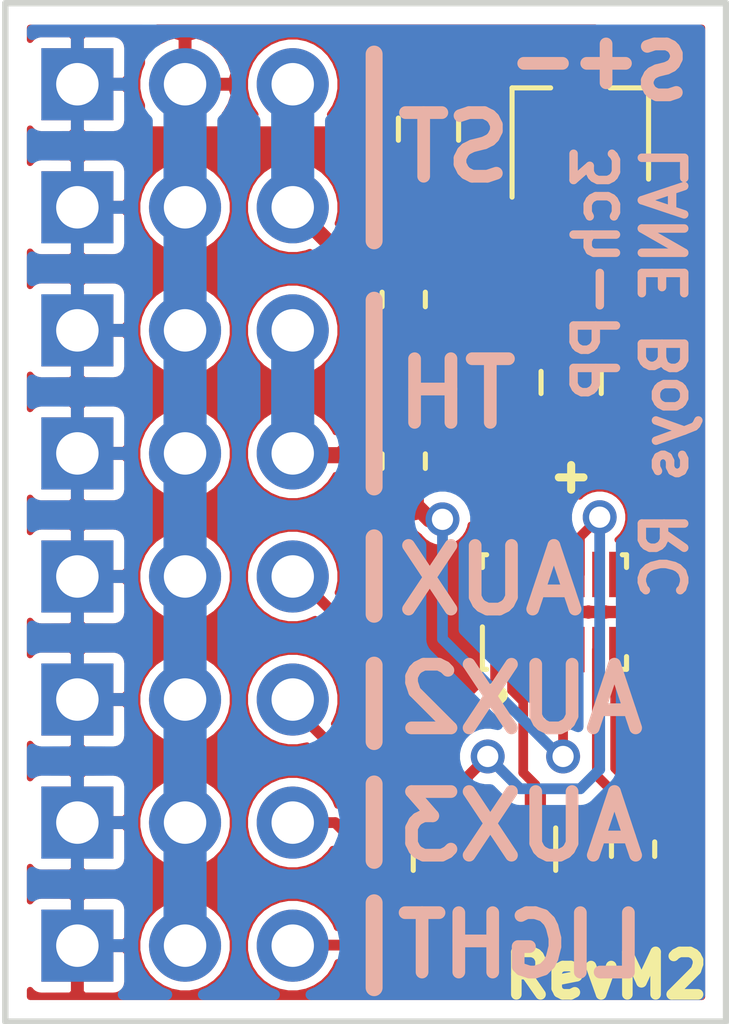
<source format=kicad_pcb>
(kicad_pcb (version 20171130) (host pcbnew 5.1.9-73d0e3b20d~88~ubuntu18.04.1)

  (general
    (thickness 1)
    (drawings 25)
    (tracks 85)
    (zones 0)
    (modules 16)
    (nets 16)
  )

  (page User 215.9 139.7)
  (title_block
    (title "Pre-processor for RC Light Controller ")
    (date 2017-03-14)
    (rev 1)
    (company "LANE Boys RC")
  )

  (layers
    (0 F.Cu signal)
    (31 B.Cu signal)
    (32 B.Adhes user hide)
    (33 F.Adhes user hide)
    (34 B.Paste user hide)
    (35 F.Paste user hide)
    (36 B.SilkS user)
    (37 F.SilkS user)
    (38 B.Mask user hide)
    (39 F.Mask user hide)
    (40 Dwgs.User user hide)
    (41 Cmts.User user hide)
    (42 Eco1.User user hide)
    (43 Eco2.User user hide)
    (44 Edge.Cuts user)
    (45 Margin user hide)
    (46 B.CrtYd user hide)
    (47 F.CrtYd user)
    (48 B.Fab user hide)
    (49 F.Fab user hide)
  )

  (setup
    (last_trace_width 0.254)
    (user_trace_width 0.2032)
    (user_trace_width 0.2286)
    (user_trace_width 0.381)
    (user_trace_width 0.508)
    (user_trace_width 0.762)
    (user_trace_width 1.016)
    (trace_clearance 0.1524)
    (zone_clearance 0.2032)
    (zone_45_only no)
    (trace_min 0.1524)
    (via_size 0.8)
    (via_drill 0.5)
    (via_min_size 0.4)
    (via_min_drill 0.3)
    (uvia_size 0.3)
    (uvia_drill 0.1)
    (uvias_allowed no)
    (uvia_min_size 0)
    (uvia_min_drill 0)
    (edge_width 0.15)
    (segment_width 0.4)
    (pcb_text_width 0.3)
    (pcb_text_size 1.5 1.5)
    (mod_edge_width 0.15)
    (mod_text_size 1 1)
    (mod_text_width 0.15)
    (pad_size 1.524 1.524)
    (pad_drill 0.762)
    (pad_to_mask_clearance 0.0254)
    (solder_mask_min_width 0.0254)
    (pad_to_paste_clearance_ratio -0.05)
    (aux_axis_origin 114.3 66.04)
    (grid_origin 114.3 66.04)
    (visible_elements 7FFFFF7F)
    (pcbplotparams
      (layerselection 0x010f0_ffffffff)
      (usegerberextensions false)
      (usegerberattributes false)
      (usegerberadvancedattributes false)
      (creategerberjobfile false)
      (excludeedgelayer true)
      (linewidth 0.100000)
      (plotframeref false)
      (viasonmask false)
      (mode 1)
      (useauxorigin false)
      (hpglpennumber 1)
      (hpglpenspeed 20)
      (hpglpendiameter 15.000000)
      (psnegative false)
      (psa4output false)
      (plotreference false)
      (plotvalue false)
      (plotinvisibletext false)
      (padsonsilk false)
      (subtractmaskfromsilk false)
      (outputformat 1)
      (mirror false)
      (drillshape 0)
      (scaleselection 1)
      (outputdirectory "gerber/"))
  )

  (net 0 "")
  (net 1 VCC)
  (net 2 GND)
  (net 3 +3V3)
  (net 4 /ST)
  (net 5 /TH)
  (net 6 /AUX)
  (net 7 /LIGHT)
  (net 8 /AUX2)
  (net 9 /AUX3)
  (net 10 /ST_IN)
  (net 11 /TH_IN)
  (net 12 /AUX_IN)
  (net 13 /LIGHT_OUT)
  (net 14 /AUX2_IN)
  (net 15 /AUX3_IN)

  (net_class Default "This is the default net class."
    (clearance 0.1524)
    (trace_width 0.254)
    (via_dia 0.8)
    (via_drill 0.5)
    (uvia_dia 0.3)
    (uvia_drill 0.1)
    (add_net +3V3)
    (add_net /AUX)
    (add_net /AUX2)
    (add_net /AUX2_IN)
    (add_net /AUX3)
    (add_net /AUX3_IN)
    (add_net /AUX_IN)
    (add_net /LIGHT)
    (add_net /LIGHT_OUT)
    (add_net /ST)
    (add_net /ST_IN)
    (add_net /TH)
    (add_net /TH_IN)
    (add_net GND)
    (add_net VCC)
  )

  (module Package_TO_SOT_SMD:SOT-23W (layer F.Cu) (tedit 5A02FF57) (tstamp 5D286456)
    (at 127.8636 45.1104 90)
    (descr "SOT-23W http://www.allegromicro.com/~/media/Files/Datasheets/A112x-Datasheet.ashx?la=en&hash=7BC461E058CC246E0BAB62433B2F1ECA104CA9D3")
    (tags SOT-23W)
    (path /58AF9BBC)
    (attr smd)
    (fp_text reference U1 (at 0 -2.5 90) (layer F.SilkS) hide
      (effects (font (size 1 1) (thickness 0.15)))
    )
    (fp_text value MCP1703T-3302E/CB (at 0 2.5 90) (layer F.Fab)
      (effects (font (size 1 1) (thickness 0.15)))
    )
    (fp_line (start -1.95 1.74) (end -1.95 -1.74) (layer F.CrtYd) (width 0.05))
    (fp_line (start 1.95 1.74) (end -1.95 1.74) (layer F.CrtYd) (width 0.05))
    (fp_line (start 1.95 -1.74) (end 1.95 1.74) (layer F.CrtYd) (width 0.05))
    (fp_line (start -1.95 -1.74) (end 1.95 -1.74) (layer F.CrtYd) (width 0.05))
    (fp_line (start -0.955 1.49) (end 0.955 1.49) (layer F.Fab) (width 0.1))
    (fp_line (start 0.955 -1.49) (end 0.955 1.49) (layer F.Fab) (width 0.1))
    (fp_line (start -0.955 -0.49) (end 0.045 -1.49) (layer F.Fab) (width 0.1))
    (fp_line (start 0.045 -1.49) (end 0.955 -1.49) (layer F.Fab) (width 0.1))
    (fp_line (start -0.955 -0.49) (end -0.955 1.49) (layer F.Fab) (width 0.1))
    (fp_line (start -1.075 1.61) (end 1.075 1.61) (layer F.SilkS) (width 0.12))
    (fp_line (start -1.5 -1.61) (end 1.075 -1.61) (layer F.SilkS) (width 0.12))
    (fp_line (start 1.075 0.7) (end 1.075 1.61) (layer F.SilkS) (width 0.12))
    (fp_line (start 1.075 -1.61) (end 1.075 -0.7) (layer F.SilkS) (width 0.12))
    (fp_text user %R (at 0 0) (layer F.Fab)
      (effects (font (size 0.5 0.5) (thickness 0.075)))
    )
    (pad 3 smd rect (at 1.2 0 90) (size 1 0.7) (layers F.Cu F.Paste F.Mask)
      (net 1 VCC))
    (pad 2 smd rect (at -1.2 0.95 90) (size 1 0.7) (layers F.Cu F.Paste F.Mask)
      (net 3 +3V3))
    (pad 1 smd rect (at -1.2 -0.95 90) (size 1 0.7) (layers F.Cu F.Paste F.Mask)
      (net 2 GND))
    (model ${KISYS3DMOD}/Package_TO_SOT_SMD.3dshapes/SOT-23W.wrl
      (at (xyz 0 0 0))
      (scale (xyz 1 1 1))
      (rotate (xyz 0 0 0))
    )
  )

  (module Resistor_SMD:R_Array_Convex_4x0603 (layer F.Cu) (tedit 58E0A8B2) (tstamp 601F593A)
    (at 125.603 61.976 90)
    (descr "Chip Resistor Network, ROHM MNR14 (see mnr_g.pdf)")
    (tags "resistor array")
    (path /6020567D)
    (attr smd)
    (fp_text reference RN1 (at 0 -2.8 90) (layer F.SilkS) hide
      (effects (font (size 1 1) (thickness 0.15)))
    )
    (fp_text value R_Pack04 (at 0 2.8 90) (layer F.Fab)
      (effects (font (size 1 1) (thickness 0.15)))
    )
    (fp_line (start 1.55 1.85) (end -1.55 1.85) (layer F.CrtYd) (width 0.05))
    (fp_line (start 1.55 1.85) (end 1.55 -1.85) (layer F.CrtYd) (width 0.05))
    (fp_line (start -1.55 -1.85) (end -1.55 1.85) (layer F.CrtYd) (width 0.05))
    (fp_line (start -1.55 -1.85) (end 1.55 -1.85) (layer F.CrtYd) (width 0.05))
    (fp_line (start 0.5 -1.68) (end -0.5 -1.68) (layer F.SilkS) (width 0.12))
    (fp_line (start 0.5 1.68) (end -0.5 1.68) (layer F.SilkS) (width 0.12))
    (fp_line (start -0.8 1.6) (end -0.8 -1.6) (layer F.Fab) (width 0.1))
    (fp_line (start 0.8 1.6) (end -0.8 1.6) (layer F.Fab) (width 0.1))
    (fp_line (start 0.8 -1.6) (end 0.8 1.6) (layer F.Fab) (width 0.1))
    (fp_line (start -0.8 -1.6) (end 0.8 -1.6) (layer F.Fab) (width 0.1))
    (fp_text user %R (at 0 0) (layer F.Fab)
      (effects (font (size 0.5 0.5) (thickness 0.075)))
    )
    (pad 5 smd rect (at 0.9 1.2 90) (size 0.8 0.5) (layers F.Cu F.Paste F.Mask)
      (net 7 /LIGHT))
    (pad 6 smd rect (at 0.9 0.4 90) (size 0.8 0.4) (layers F.Cu F.Paste F.Mask)
      (net 9 /AUX3))
    (pad 8 smd rect (at 0.9 -1.2 90) (size 0.8 0.5) (layers F.Cu F.Paste F.Mask)
      (net 6 /AUX))
    (pad 7 smd rect (at 0.9 -0.4 90) (size 0.8 0.4) (layers F.Cu F.Paste F.Mask)
      (net 8 /AUX2))
    (pad 4 smd rect (at -0.9 1.2 90) (size 0.8 0.5) (layers F.Cu F.Paste F.Mask)
      (net 13 /LIGHT_OUT))
    (pad 2 smd rect (at -0.9 -0.4 90) (size 0.8 0.4) (layers F.Cu F.Paste F.Mask)
      (net 14 /AUX2_IN))
    (pad 3 smd rect (at -0.9 0.4 90) (size 0.8 0.4) (layers F.Cu F.Paste F.Mask)
      (net 15 /AUX3_IN))
    (pad 1 smd rect (at -0.9 -1.2 90) (size 0.8 0.5) (layers F.Cu F.Paste F.Mask)
      (net 12 /AUX_IN))
    (model ${KISYS3DMOD}/Resistor_SMD.3dshapes/R_Array_Convex_4x0603.wrl
      (at (xyz 0 0 0))
      (scale (xyz 1 1 1))
      (rotate (xyz 0 0 0))
    )
  )

  (module Package_SON:NXP_XSON-16 (layer F.Cu) (tedit 5A02F1D8) (tstamp 5D295288)
    (at 127.254 56.388 90)
    (descr http://www.nxp.com/documents/outline_drawing/SOT1341-1.pdf)
    (tags "NXP XSON SOT-1341")
    (path /58AF9BA8)
    (attr smd)
    (fp_text reference U2 (at 0 -3 90) (layer F.SilkS) hide
      (effects (font (size 1 1) (thickness 0.15)))
    )
    (fp_text value LPC812M101JTB16_XSON16 (at 0 3 90) (layer F.Fab)
      (effects (font (size 1 1) (thickness 0.15)))
    )
    (fp_line (start 1.35 -1.7) (end 1.35 -1.6) (layer F.SilkS) (width 0.12))
    (fp_line (start 1.35 -1.7) (end 1.05 -1.7) (layer F.SilkS) (width 0.12))
    (fp_line (start -0.65 -1.6) (end -1.25 -1) (layer F.Fab) (width 0.1))
    (fp_line (start 1.25 -1.6) (end 1.25 1.6) (layer F.Fab) (width 0.1))
    (fp_line (start -1.25 1.6) (end 1.25 1.6) (layer F.Fab) (width 0.1))
    (fp_line (start -0.625 -1.6) (end 1.25 -1.6) (layer F.Fab) (width 0.1))
    (fp_line (start -1.25 -0.975) (end -1.25 1.6) (layer F.Fab) (width 0.1))
    (fp_line (start 1.35 1.7) (end 1.05 1.7) (layer F.SilkS) (width 0.12))
    (fp_line (start 1.35 1.6) (end 1.35 1.7) (layer F.SilkS) (width 0.12))
    (fp_line (start -1.35 1.6) (end -1.35 1.7) (layer F.SilkS) (width 0.12))
    (fp_line (start -1.35 1.7) (end -1.05 1.7) (layer F.SilkS) (width 0.12))
    (fp_line (start -1.35 -1.7) (end -1.35 -1.6) (layer F.SilkS) (width 0.12))
    (fp_line (start -1.35 -1.7) (end -0.35 -1.7) (layer F.SilkS) (width 0.12))
    (fp_line (start -1.67 -1.85) (end 1.67 -1.85) (layer F.CrtYd) (width 0.05))
    (fp_line (start -1.67 -1.85) (end -1.67 1.85) (layer F.CrtYd) (width 0.05))
    (fp_line (start 1.67 1.85) (end 1.67 -1.85) (layer F.CrtYd) (width 0.05))
    (fp_line (start 1.67 1.85) (end -1.67 1.85) (layer F.CrtYd) (width 0.05))
    (fp_text user %R (at 0 0 90) (layer F.Fab)
      (effects (font (size 0.6 0.6) (thickness 0.1)))
    )
    (pad 9 smd rect (at 0.885 1.4 90) (size 1.07 0.22) (layers F.Cu F.Paste F.Mask))
    (pad 10 smd rect (at 0.885 1 90) (size 1.07 0.22) (layers F.Cu F.Paste F.Mask))
    (pad 11 smd rect (at 0.885 0.6 90) (size 1.07 0.22) (layers F.Cu F.Paste F.Mask)
      (net 8 /AUX2))
    (pad 12 smd rect (at 0.885 0.2 90) (size 1.07 0.22) (layers F.Cu F.Paste F.Mask)
      (net 3 +3V3))
    (pad 13 smd rect (at 0.885 -0.2 90) (size 1.07 0.22) (layers F.Cu F.Paste F.Mask)
      (net 2 GND))
    (pad 14 smd rect (at 0.885 -0.6 90) (size 1.07 0.22) (layers F.Cu F.Paste F.Mask))
    (pad 15 smd rect (at 0.885 -1 90) (size 1.07 0.22) (layers F.Cu F.Paste F.Mask))
    (pad 8 smd rect (at -0.885 1.4 90) (size 1.07 0.22) (layers F.Cu F.Paste F.Mask))
    (pad 7 smd rect (at -0.885 1 90) (size 1.07 0.22) (layers F.Cu F.Paste F.Mask)
      (net 9 /AUX3))
    (pad 6 smd rect (at -0.885 0.6 90) (size 1.07 0.22) (layers F.Cu F.Paste F.Mask))
    (pad 5 smd rect (at -0.885 0.2 90) (size 1.07 0.22) (layers F.Cu F.Paste F.Mask))
    (pad 4 smd rect (at -0.885 -0.2 90) (size 1.07 0.22) (layers F.Cu F.Paste F.Mask)
      (net 5 /TH))
    (pad 3 smd rect (at -0.885 -0.6 90) (size 1.07 0.22) (layers F.Cu F.Paste F.Mask))
    (pad 2 smd rect (at -0.885 -1 90) (size 1.07 0.22) (layers F.Cu F.Paste F.Mask)
      (net 7 /LIGHT))
    (pad 16 smd rect (at 0.885 -1.4 90) (size 1.07 0.22) (layers F.Cu F.Paste F.Mask)
      (net 4 /ST))
    (pad 1 smd rect (at -0.885 -1.4 90) (size 1.07 0.22) (layers F.Cu F.Paste F.Mask)
      (net 6 /AUX))
    (model ${KISYS3DMOD}/Package_SON.3dshapes/NXP_XSON-16.wrl
      (at (xyz 0 0 0))
      (scale (xyz 1 1 1))
      (rotate (xyz 0 0 0))
    )
  )

  (module Connector_PinHeader_2.54mm:PinHeader_1x03_P2.54mm_Vertical (layer B.Cu) (tedit 5D281D1F) (tstamp 5D28C293)
    (at 116 61.35 270)
    (descr "Through hole straight pin header, 1x03, 2.54mm pitch, single row")
    (tags "Through hole pin header THT 1x03 2.54mm single row")
    (path /5D287718)
    (fp_text reference P8 (at 0 2.33 270) (layer B.SilkS) hide
      (effects (font (size 1 1) (thickness 0.15)) (justify mirror))
    )
    (fp_text value AUX3-IN (at 0 -7.41 270) (layer B.Fab)
      (effects (font (size 1 1) (thickness 0.15)) (justify mirror))
    )
    (fp_line (start -0.635 1.27) (end 1.27 1.27) (layer B.Fab) (width 0.1))
    (fp_line (start 1.27 1.27) (end 1.27 -6.35) (layer B.Fab) (width 0.1))
    (fp_line (start 1.27 -6.35) (end -1.27 -6.35) (layer B.Fab) (width 0.1))
    (fp_line (start -1.27 -6.35) (end -1.27 0.635) (layer B.Fab) (width 0.1))
    (fp_line (start -1.27 0.635) (end -0.635 1.27) (layer B.Fab) (width 0.1))
    (fp_line (start -1.8 1.8) (end -1.8 -6.85) (layer B.CrtYd) (width 0.05))
    (fp_line (start -1.8 -6.85) (end 1.8 -6.85) (layer B.CrtYd) (width 0.05))
    (fp_line (start 1.8 -6.85) (end 1.8 1.8) (layer B.CrtYd) (width 0.05))
    (fp_line (start 1.8 1.8) (end -1.8 1.8) (layer B.CrtYd) (width 0.05))
    (fp_text user %R (at 0 -2.54 180) (layer B.Fab)
      (effects (font (size 1 1) (thickness 0.15)) (justify mirror))
    )
    (pad 1 thru_hole rect (at 0 0 270) (size 1.7 1.7) (drill 1) (layers *.Cu *.Mask)
      (net 2 GND))
    (pad 2 thru_hole oval (at 0 -2.54 270) (size 1.7 1.7) (drill 1) (layers *.Cu *.Mask)
      (net 1 VCC))
    (pad 3 thru_hole oval (at 0 -5.08 270) (size 1.7 1.7) (drill 1) (layers *.Cu *.Mask)
      (net 15 /AUX3_IN))
    (model ${KISYS3DMOD}/Connector_PinHeader_2.54mm.3dshapes/PinHeader_1x03_P2.54mm_Vertical.wrl
      (at (xyz 0 0 0))
      (scale (xyz 1 1 1))
      (rotate (xyz 0 0 0))
    )
  )

  (module Connector_PinHeader_2.54mm:PinHeader_1x03_P2.54mm_Vertical (layer B.Cu) (tedit 5D281D12) (tstamp 5D28C27C)
    (at 116 58.45 270)
    (descr "Through hole straight pin header, 1x03, 2.54mm pitch, single row")
    (tags "Through hole pin header THT 1x03 2.54mm single row")
    (path /5D282BAE)
    (fp_text reference P7 (at 0 2.33 270) (layer B.SilkS) hide
      (effects (font (size 1 1) (thickness 0.15) italic) (justify mirror))
    )
    (fp_text value AUX2-IN (at 0 -7.41 270) (layer B.Fab)
      (effects (font (size 1 1) (thickness 0.15)) (justify mirror))
    )
    (fp_line (start -0.635 1.27) (end 1.27 1.27) (layer B.Fab) (width 0.1))
    (fp_line (start 1.27 1.27) (end 1.27 -6.35) (layer B.Fab) (width 0.1))
    (fp_line (start 1.27 -6.35) (end -1.27 -6.35) (layer B.Fab) (width 0.1))
    (fp_line (start -1.27 -6.35) (end -1.27 0.635) (layer B.Fab) (width 0.1))
    (fp_line (start -1.27 0.635) (end -0.635 1.27) (layer B.Fab) (width 0.1))
    (fp_line (start -1.8 1.8) (end -1.8 -6.85) (layer B.CrtYd) (width 0.05))
    (fp_line (start -1.8 -6.85) (end 1.8 -6.85) (layer B.CrtYd) (width 0.05))
    (fp_line (start 1.8 -6.85) (end 1.8 1.8) (layer B.CrtYd) (width 0.05))
    (fp_line (start 1.8 1.8) (end -1.8 1.8) (layer B.CrtYd) (width 0.05))
    (fp_text user %R (at 0 -2.54 180) (layer B.Fab)
      (effects (font (size 1 1) (thickness 0.15)) (justify mirror))
    )
    (pad 1 thru_hole rect (at 0 0 270) (size 1.7 1.7) (drill 1) (layers *.Cu *.Mask)
      (net 2 GND))
    (pad 2 thru_hole oval (at 0 -2.54 270) (size 1.7 1.7) (drill 1) (layers *.Cu *.Mask)
      (net 1 VCC))
    (pad 3 thru_hole oval (at 0 -5.08 270) (size 1.7 1.7) (drill 1) (layers *.Cu *.Mask)
      (net 14 /AUX2_IN))
    (model ${KISYS3DMOD}/Connector_PinHeader_2.54mm.3dshapes/PinHeader_1x03_P2.54mm_Vertical.wrl
      (at (xyz 0 0 0))
      (scale (xyz 1 1 1))
      (rotate (xyz 0 0 0))
    )
  )

  (module Connector_PinHeader_2.54mm:PinHeader_1x03_P2.54mm_Vertical (layer B.Cu) (tedit 5D281D05) (tstamp 5D28DFB7)
    (at 116 64.25 270)
    (descr "Through hole straight pin header, 1x03, 2.54mm pitch, single row")
    (tags "Through hole pin header THT 1x03 2.54mm single row")
    (path /58AF9DBB)
    (fp_text reference P6 (at 0 2.33 270) (layer B.SilkS) hide
      (effects (font (size 1 1) (thickness 0.15)) (justify mirror))
    )
    (fp_text value "LIGHT CONTROLLER" (at 0 -7.41 270) (layer B.Fab)
      (effects (font (size 1 1) (thickness 0.15)) (justify mirror))
    )
    (fp_line (start -0.635 1.27) (end 1.27 1.27) (layer B.Fab) (width 0.1))
    (fp_line (start 1.27 1.27) (end 1.27 -6.35) (layer B.Fab) (width 0.1))
    (fp_line (start 1.27 -6.35) (end -1.27 -6.35) (layer B.Fab) (width 0.1))
    (fp_line (start -1.27 -6.35) (end -1.27 0.635) (layer B.Fab) (width 0.1))
    (fp_line (start -1.27 0.635) (end -0.635 1.27) (layer B.Fab) (width 0.1))
    (fp_line (start -1.8 1.8) (end -1.8 -6.85) (layer B.CrtYd) (width 0.05))
    (fp_line (start -1.8 -6.85) (end 1.8 -6.85) (layer B.CrtYd) (width 0.05))
    (fp_line (start 1.8 -6.85) (end 1.8 1.8) (layer B.CrtYd) (width 0.05))
    (fp_line (start 1.8 1.8) (end -1.8 1.8) (layer B.CrtYd) (width 0.05))
    (fp_text user %R (at 0 -2.54 180) (layer B.Fab)
      (effects (font (size 1 1) (thickness 0.15)) (justify mirror))
    )
    (pad 1 thru_hole rect (at 0 0 270) (size 1.7 1.7) (drill 1) (layers *.Cu *.Mask)
      (net 2 GND))
    (pad 2 thru_hole oval (at 0 -2.54 270) (size 1.7 1.7) (drill 1) (layers *.Cu *.Mask)
      (net 1 VCC))
    (pad 3 thru_hole oval (at 0 -5.08 270) (size 1.7 1.7) (drill 1) (layers *.Cu *.Mask)
      (net 13 /LIGHT_OUT))
    (model ${KISYS3DMOD}/Connector_PinHeader_2.54mm.3dshapes/PinHeader_1x03_P2.54mm_Vertical.wrl
      (at (xyz 0 0 0))
      (scale (xyz 1 1 1))
      (rotate (xyz 0 0 0))
    )
  )

  (module Connector_PinHeader_2.54mm:PinHeader_1x03_P2.54mm_Vertical (layer B.Cu) (tedit 5D281CF7) (tstamp 5D28C250)
    (at 116 55.55 270)
    (descr "Through hole straight pin header, 1x03, 2.54mm pitch, single row")
    (tags "Through hole pin header THT 1x03 2.54mm single row")
    (path /58AF9D7F)
    (fp_text reference P5 (at 0 2.33 270) (layer B.SilkS) hide
      (effects (font (size 1 1) (thickness 0.15)) (justify mirror))
    )
    (fp_text value AUX-IN (at 0 -7.41 270) (layer B.Fab)
      (effects (font (size 1 1) (thickness 0.15)) (justify mirror))
    )
    (fp_line (start -0.635 1.27) (end 1.27 1.27) (layer B.Fab) (width 0.1))
    (fp_line (start 1.27 1.27) (end 1.27 -6.35) (layer B.Fab) (width 0.1))
    (fp_line (start 1.27 -6.35) (end -1.27 -6.35) (layer B.Fab) (width 0.1))
    (fp_line (start -1.27 -6.35) (end -1.27 0.635) (layer B.Fab) (width 0.1))
    (fp_line (start -1.27 0.635) (end -0.635 1.27) (layer B.Fab) (width 0.1))
    (fp_line (start -1.8 1.8) (end -1.8 -6.85) (layer B.CrtYd) (width 0.05))
    (fp_line (start -1.8 -6.85) (end 1.8 -6.85) (layer B.CrtYd) (width 0.05))
    (fp_line (start 1.8 -6.85) (end 1.8 1.8) (layer B.CrtYd) (width 0.05))
    (fp_line (start 1.8 1.8) (end -1.8 1.8) (layer B.CrtYd) (width 0.05))
    (fp_text user %R (at 0 -2.54 180) (layer B.Fab)
      (effects (font (size 1 1) (thickness 0.15)) (justify mirror))
    )
    (pad 1 thru_hole rect (at 0 0 270) (size 1.7 1.7) (drill 1) (layers *.Cu *.Mask)
      (net 2 GND))
    (pad 2 thru_hole oval (at 0 -2.54 270) (size 1.7 1.7) (drill 1) (layers *.Cu *.Mask)
      (net 1 VCC))
    (pad 3 thru_hole oval (at 0 -5.08 270) (size 1.7 1.7) (drill 1) (layers *.Cu *.Mask)
      (net 12 /AUX_IN))
    (model ${KISYS3DMOD}/Connector_PinHeader_2.54mm.3dshapes/PinHeader_1x03_P2.54mm_Vertical.wrl
      (at (xyz 0 0 0))
      (scale (xyz 1 1 1))
      (rotate (xyz 0 0 0))
    )
  )

  (module Connector_PinHeader_2.54mm:PinHeader_1x03_P2.54mm_Vertical (layer B.Cu) (tedit 5D281CEB) (tstamp 5D28C224)
    (at 116 49.75 270)
    (descr "Through hole straight pin header, 1x03, 2.54mm pitch, single row")
    (tags "Through hole pin header THT 1x03 2.54mm single row")
    (path /58AF9CE6)
    (fp_text reference P3 (at 0 2.33 270) (layer B.SilkS) hide
      (effects (font (size 1 1) (thickness 0.15)) (justify mirror))
    )
    (fp_text value TH-IN (at 0 -7.41 270) (layer B.Fab)
      (effects (font (size 1 1) (thickness 0.15)) (justify mirror))
    )
    (fp_line (start -0.635 1.27) (end 1.27 1.27) (layer B.Fab) (width 0.1))
    (fp_line (start 1.27 1.27) (end 1.27 -6.35) (layer B.Fab) (width 0.1))
    (fp_line (start 1.27 -6.35) (end -1.27 -6.35) (layer B.Fab) (width 0.1))
    (fp_line (start -1.27 -6.35) (end -1.27 0.635) (layer B.Fab) (width 0.1))
    (fp_line (start -1.27 0.635) (end -0.635 1.27) (layer B.Fab) (width 0.1))
    (fp_line (start -1.8 1.8) (end -1.8 -6.85) (layer B.CrtYd) (width 0.05))
    (fp_line (start -1.8 -6.85) (end 1.8 -6.85) (layer B.CrtYd) (width 0.05))
    (fp_line (start 1.8 -6.85) (end 1.8 1.8) (layer B.CrtYd) (width 0.05))
    (fp_line (start 1.8 1.8) (end -1.8 1.8) (layer B.CrtYd) (width 0.05))
    (fp_text user %R (at 0 -2.54 180) (layer B.Fab)
      (effects (font (size 1 1) (thickness 0.15)) (justify mirror))
    )
    (pad 1 thru_hole rect (at 0 0 270) (size 1.7 1.7) (drill 1) (layers *.Cu *.Mask)
      (net 2 GND))
    (pad 2 thru_hole oval (at 0 -2.54 270) (size 1.7 1.7) (drill 1) (layers *.Cu *.Mask)
      (net 1 VCC))
    (pad 3 thru_hole oval (at 0 -5.08 270) (size 1.7 1.7) (drill 1) (layers *.Cu *.Mask)
      (net 11 /TH_IN))
    (model ${KISYS3DMOD}/Connector_PinHeader_2.54mm.3dshapes/PinHeader_1x03_P2.54mm_Vertical.wrl
      (at (xyz 0 0 0))
      (scale (xyz 1 1 1))
      (rotate (xyz 0 0 0))
    )
  )

  (module Connector_PinHeader_2.54mm:PinHeader_1x03_P2.54mm_Vertical (layer B.Cu) (tedit 5D281CDF) (tstamp 5D28C33F)
    (at 116 43.95 270)
    (descr "Through hole straight pin header, 1x03, 2.54mm pitch, single row")
    (tags "Through hole pin header THT 1x03 2.54mm single row")
    (path /58AF9CB3)
    (fp_text reference P2 (at 0 2.33 270) (layer B.SilkS) hide
      (effects (font (size 1 1) (thickness 0.15)) (justify mirror))
    )
    (fp_text value ST-OUT (at 0 -7.41 270) (layer B.Fab)
      (effects (font (size 1 1) (thickness 0.15)) (justify mirror))
    )
    (fp_line (start 1.8 1.8) (end -1.8 1.8) (layer B.CrtYd) (width 0.05))
    (fp_line (start 1.8 -6.85) (end 1.8 1.8) (layer B.CrtYd) (width 0.05))
    (fp_line (start -1.8 -6.85) (end 1.8 -6.85) (layer B.CrtYd) (width 0.05))
    (fp_line (start -1.8 1.8) (end -1.8 -6.85) (layer B.CrtYd) (width 0.05))
    (fp_line (start -1.27 0.635) (end -0.635 1.27) (layer B.Fab) (width 0.1))
    (fp_line (start -1.27 -6.35) (end -1.27 0.635) (layer B.Fab) (width 0.1))
    (fp_line (start 1.27 -6.35) (end -1.27 -6.35) (layer B.Fab) (width 0.1))
    (fp_line (start 1.27 1.27) (end 1.27 -6.35) (layer B.Fab) (width 0.1))
    (fp_line (start -0.635 1.27) (end 1.27 1.27) (layer B.Fab) (width 0.1))
    (fp_text user %R (at 0 -2.54 180) (layer B.Fab)
      (effects (font (size 1 1) (thickness 0.15)) (justify mirror))
    )
    (pad 3 thru_hole oval (at 0 -5.08 270) (size 1.7 1.7) (drill 1) (layers *.Cu *.Mask)
      (net 10 /ST_IN))
    (pad 2 thru_hole oval (at 0 -2.54 270) (size 1.7 1.7) (drill 1) (layers *.Cu *.Mask)
      (net 1 VCC))
    (pad 1 thru_hole rect (at 0 0 270) (size 1.7 1.7) (drill 1) (layers *.Cu *.Mask)
      (net 2 GND))
    (model ${KISYS3DMOD}/Connector_PinHeader_2.54mm.3dshapes/PinHeader_1x03_P2.54mm_Vertical.wrl
      (at (xyz 0 0 0))
      (scale (xyz 1 1 1))
      (rotate (xyz 0 0 0))
    )
  )

  (module Connector_PinHeader_2.54mm:PinHeader_1x03_P2.54mm_Vertical (layer B.Cu) (tedit 5D281CD3) (tstamp 5D28C1F8)
    (at 116 46.85 270)
    (descr "Through hole straight pin header, 1x03, 2.54mm pitch, single row")
    (tags "Through hole pin header THT 1x03 2.54mm single row")
    (path /58AF9C1E)
    (fp_text reference P1 (at 0 2.33 270) (layer B.SilkS) hide
      (effects (font (size 1 1) (thickness 0.15)) (justify mirror))
    )
    (fp_text value ST-IN (at 0 -7.41 270) (layer B.Fab)
      (effects (font (size 1 1) (thickness 0.15)) (justify mirror))
    )
    (fp_line (start 1.8 1.8) (end -1.8 1.8) (layer B.CrtYd) (width 0.05))
    (fp_line (start 1.8 -6.85) (end 1.8 1.8) (layer B.CrtYd) (width 0.05))
    (fp_line (start -1.8 -6.85) (end 1.8 -6.85) (layer B.CrtYd) (width 0.05))
    (fp_line (start -1.8 1.8) (end -1.8 -6.85) (layer B.CrtYd) (width 0.05))
    (fp_line (start -1.27 0.635) (end -0.635 1.27) (layer B.Fab) (width 0.1))
    (fp_line (start -1.27 -6.35) (end -1.27 0.635) (layer B.Fab) (width 0.1))
    (fp_line (start 1.27 -6.35) (end -1.27 -6.35) (layer B.Fab) (width 0.1))
    (fp_line (start 1.27 1.27) (end 1.27 -6.35) (layer B.Fab) (width 0.1))
    (fp_line (start -0.635 1.27) (end 1.27 1.27) (layer B.Fab) (width 0.1))
    (fp_text user %R (at 0 -2.54 180) (layer B.Fab)
      (effects (font (size 1 1) (thickness 0.15)) (justify mirror))
    )
    (pad 3 thru_hole oval (at 0 -5.08 270) (size 1.7 1.7) (drill 1) (layers *.Cu *.Mask)
      (net 10 /ST_IN))
    (pad 2 thru_hole oval (at 0 -2.54 270) (size 1.7 1.7) (drill 1) (layers *.Cu *.Mask)
      (net 1 VCC))
    (pad 1 thru_hole rect (at 0 0 270) (size 1.7 1.7) (drill 1) (layers *.Cu *.Mask)
      (net 2 GND))
    (model ${KISYS3DMOD}/Connector_PinHeader_2.54mm.3dshapes/PinHeader_1x03_P2.54mm_Vertical.wrl
      (at (xyz 0 0 0))
      (scale (xyz 1 1 1))
      (rotate (xyz 0 0 0))
    )
  )

  (module Connector_PinHeader_2.54mm:PinHeader_1x03_P2.54mm_Vertical (layer B.Cu) (tedit 5D281CC6) (tstamp 5D28CB3D)
    (at 116 52.65 270)
    (descr "Through hole straight pin header, 1x03, 2.54mm pitch, single row")
    (tags "Through hole pin header THT 1x03 2.54mm single row")
    (path /58AF9D12)
    (fp_text reference P4 (at 0 2.33 270) (layer B.SilkS) hide
      (effects (font (size 1 1) (thickness 0.15)) (justify mirror))
    )
    (fp_text value TH-OUT (at 0 -7.41 270) (layer B.Fab)
      (effects (font (size 1 1) (thickness 0.15)) (justify mirror))
    )
    (fp_line (start 1.8 1.8) (end -1.8 1.8) (layer B.CrtYd) (width 0.05))
    (fp_line (start 1.8 -6.85) (end 1.8 1.8) (layer B.CrtYd) (width 0.05))
    (fp_line (start -1.8 -6.85) (end 1.8 -6.85) (layer B.CrtYd) (width 0.05))
    (fp_line (start -1.8 1.8) (end -1.8 -6.85) (layer B.CrtYd) (width 0.05))
    (fp_line (start -1.27 0.635) (end -0.635 1.27) (layer B.Fab) (width 0.1))
    (fp_line (start -1.27 -6.35) (end -1.27 0.635) (layer B.Fab) (width 0.1))
    (fp_line (start 1.27 -6.35) (end -1.27 -6.35) (layer B.Fab) (width 0.1))
    (fp_line (start 1.27 1.27) (end 1.27 -6.35) (layer B.Fab) (width 0.1))
    (fp_line (start -0.635 1.27) (end 1.27 1.27) (layer B.Fab) (width 0.1))
    (fp_text user %R (at 0 -2.54 180) (layer B.Fab)
      (effects (font (size 1 1) (thickness 0.15)) (justify mirror))
    )
    (pad 3 thru_hole oval (at 0 -5.08 270) (size 1.7 1.7) (drill 1) (layers *.Cu *.Mask)
      (net 11 /TH_IN))
    (pad 2 thru_hole oval (at 0 -2.54 270) (size 1.7 1.7) (drill 1) (layers *.Cu *.Mask)
      (net 1 VCC))
    (pad 1 thru_hole rect (at 0 0 270) (size 1.7 1.7) (drill 1) (layers *.Cu *.Mask)
      (net 2 GND))
    (model ${KISYS3DMOD}/Connector_PinHeader_2.54mm.3dshapes/PinHeader_1x03_P2.54mm_Vertical.wrl
      (at (xyz 0 0 0))
      (scale (xyz 1 1 1))
      (rotate (xyz 0 0 0))
    )
  )

  (module Resistor_SMD:R_0603_1608Metric_Pad1.05x0.95mm_HandSolder (layer F.Cu) (tedit 5B301BBD) (tstamp 5D28D531)
    (at 123.698 49.022 90)
    (descr "Resistor SMD 0603 (1608 Metric), square (rectangular) end terminal, IPC_7351 nominal with elongated pad for handsoldering. (Body size source: http://www.tortai-tech.com/upload/download/2011102023233369053.pdf), generated with kicad-footprint-generator")
    (tags "resistor handsolder")
    (path /58C77CC2)
    (attr smd)
    (fp_text reference R1 (at 0 -1.43 90) (layer F.SilkS) hide
      (effects (font (size 1 1) (thickness 0.15)))
    )
    (fp_text value 1K (at 0 1.43 90) (layer F.Fab)
      (effects (font (size 1 1) (thickness 0.15)))
    )
    (fp_line (start 1.65 0.73) (end -1.65 0.73) (layer F.CrtYd) (width 0.05))
    (fp_line (start 1.65 -0.73) (end 1.65 0.73) (layer F.CrtYd) (width 0.05))
    (fp_line (start -1.65 -0.73) (end 1.65 -0.73) (layer F.CrtYd) (width 0.05))
    (fp_line (start -1.65 0.73) (end -1.65 -0.73) (layer F.CrtYd) (width 0.05))
    (fp_line (start -0.171267 0.51) (end 0.171267 0.51) (layer F.SilkS) (width 0.12))
    (fp_line (start -0.171267 -0.51) (end 0.171267 -0.51) (layer F.SilkS) (width 0.12))
    (fp_line (start 0.8 0.4) (end -0.8 0.4) (layer F.Fab) (width 0.1))
    (fp_line (start 0.8 -0.4) (end 0.8 0.4) (layer F.Fab) (width 0.1))
    (fp_line (start -0.8 -0.4) (end 0.8 -0.4) (layer F.Fab) (width 0.1))
    (fp_line (start -0.8 0.4) (end -0.8 -0.4) (layer F.Fab) (width 0.1))
    (fp_text user %R (at 0 0 90) (layer F.Fab)
      (effects (font (size 0.4 0.4) (thickness 0.06)))
    )
    (pad 2 smd roundrect (at 0.875 0 90) (size 1.05 0.95) (layers F.Cu F.Paste F.Mask) (roundrect_rratio 0.25)
      (net 10 /ST_IN))
    (pad 1 smd roundrect (at -0.875 0 90) (size 1.05 0.95) (layers F.Cu F.Paste F.Mask) (roundrect_rratio 0.25)
      (net 4 /ST))
    (model ${KISYS3DMOD}/Resistor_SMD.3dshapes/R_0603_1608Metric.wrl
      (at (xyz 0 0 0))
      (scale (xyz 1 1 1))
      (rotate (xyz 0 0 0))
    )
  )

  (module Resistor_SMD:R_0603_1608Metric_Pad1.05x0.95mm_HandSolder (layer F.Cu) (tedit 5B301BBD) (tstamp 5D286426)
    (at 123.698 52.832 90)
    (descr "Resistor SMD 0603 (1608 Metric), square (rectangular) end terminal, IPC_7351 nominal with elongated pad for handsoldering. (Body size source: http://www.tortai-tech.com/upload/download/2011102023233369053.pdf), generated with kicad-footprint-generator")
    (tags "resistor handsolder")
    (path /58C77D77)
    (attr smd)
    (fp_text reference R2 (at 0 -1.43 90) (layer F.SilkS) hide
      (effects (font (size 1 1) (thickness 0.15)))
    )
    (fp_text value 1K (at 0 1.43 90) (layer F.Fab)
      (effects (font (size 1 1) (thickness 0.15)))
    )
    (fp_line (start 1.65 0.73) (end -1.65 0.73) (layer F.CrtYd) (width 0.05))
    (fp_line (start 1.65 -0.73) (end 1.65 0.73) (layer F.CrtYd) (width 0.05))
    (fp_line (start -1.65 -0.73) (end 1.65 -0.73) (layer F.CrtYd) (width 0.05))
    (fp_line (start -1.65 0.73) (end -1.65 -0.73) (layer F.CrtYd) (width 0.05))
    (fp_line (start -0.171267 0.51) (end 0.171267 0.51) (layer F.SilkS) (width 0.12))
    (fp_line (start -0.171267 -0.51) (end 0.171267 -0.51) (layer F.SilkS) (width 0.12))
    (fp_line (start 0.8 0.4) (end -0.8 0.4) (layer F.Fab) (width 0.1))
    (fp_line (start 0.8 -0.4) (end 0.8 0.4) (layer F.Fab) (width 0.1))
    (fp_line (start -0.8 -0.4) (end 0.8 -0.4) (layer F.Fab) (width 0.1))
    (fp_line (start -0.8 0.4) (end -0.8 -0.4) (layer F.Fab) (width 0.1))
    (fp_text user %R (at 0 0 90) (layer F.Fab)
      (effects (font (size 0.4 0.4) (thickness 0.06)))
    )
    (pad 2 smd roundrect (at 0.875 0 90) (size 1.05 0.95) (layers F.Cu F.Paste F.Mask) (roundrect_rratio 0.25)
      (net 11 /TH_IN))
    (pad 1 smd roundrect (at -0.875 0 90) (size 1.05 0.95) (layers F.Cu F.Paste F.Mask) (roundrect_rratio 0.25)
      (net 5 /TH))
    (model ${KISYS3DMOD}/Resistor_SMD.3dshapes/R_0603_1608Metric.wrl
      (at (xyz 0 0 0))
      (scale (xyz 1 1 1))
      (rotate (xyz 0 0 0))
    )
  )

  (module Capacitor_SMD:C_0805_2012Metric_Pad1.15x1.40mm_HandSolder (layer F.Cu) (tedit 5D27F92E) (tstamp 5D2863F6)
    (at 124.2822 45.0088 270)
    (descr "Capacitor SMD 0805 (2012 Metric), square (rectangular) end terminal, IPC_7351 nominal with elongated pad for handsoldering. (Body size source: https://docs.google.com/spreadsheets/d/1BsfQQcO9C6DZCsRaXUlFlo91Tg2WpOkGARC1WS5S8t0/edit?usp=sharing), generated with kicad-footprint-generator")
    (tags "capacitor handsolder")
    (path /58AFA243)
    (attr smd)
    (fp_text reference C1 (at 0 -1.65 270) (layer F.SilkS) hide
      (effects (font (size 1 1) (thickness 0.15)))
    )
    (fp_text value 1u (at 0 1.65 270) (layer F.Fab)
      (effects (font (size 1 1) (thickness 0.15)))
    )
    (fp_line (start -1 0.6) (end -1 -0.6) (layer F.Fab) (width 0.1))
    (fp_line (start -1 -0.6) (end 1 -0.6) (layer F.Fab) (width 0.1))
    (fp_line (start 1 -0.6) (end 1 0.6) (layer F.Fab) (width 0.1))
    (fp_line (start 1 0.6) (end -1 0.6) (layer F.Fab) (width 0.1))
    (fp_line (start -0.261252 -0.71) (end 0.261252 -0.71) (layer F.SilkS) (width 0.12))
    (fp_line (start -0.261252 0.71) (end 0.261252 0.71) (layer F.SilkS) (width 0.12))
    (fp_line (start -1.85 0.95) (end -1.85 -0.95) (layer F.CrtYd) (width 0.05))
    (fp_line (start -1.85 -0.95) (end 1.85 -0.95) (layer F.CrtYd) (width 0.05))
    (fp_line (start 1.85 -0.95) (end 1.85 0.95) (layer F.CrtYd) (width 0.05))
    (fp_line (start 1.85 0.95) (end -1.85 0.95) (layer F.CrtYd) (width 0.05))
    (fp_text user %R (at 0 0 270) (layer F.Fab)
      (effects (font (size 0.5 0.5) (thickness 0.08)))
    )
    (pad 1 smd roundrect (at -1.025 0 270) (size 1.15 1.4) (layers F.Cu F.Paste F.Mask) (roundrect_rratio 0.217391)
      (net 1 VCC))
    (pad 2 smd roundrect (at 1.025 0 270) (size 1.15 1.4) (layers F.Cu F.Paste F.Mask) (roundrect_rratio 0.217391)
      (net 2 GND))
    (model ${KISYS3DMOD}/Capacitor_SMD.3dshapes/C_0805_2012Metric.wrl
      (at (xyz 0 0 0))
      (scale (xyz 1 1 1))
      (rotate (xyz 0 0 0))
    )
  )

  (module Capacitor_SMD:C_0805_2012Metric_Pad1.15x1.40mm_HandSolder (layer F.Cu) (tedit 5D27F93F) (tstamp 5D2867FA)
    (at 127.6477 50.9778 90)
    (descr "Capacitor SMD 0805 (2012 Metric), square (rectangular) end terminal, IPC_7351 nominal with elongated pad for handsoldering. (Body size source: https://docs.google.com/spreadsheets/d/1BsfQQcO9C6DZCsRaXUlFlo91Tg2WpOkGARC1WS5S8t0/edit?usp=sharing), generated with kicad-footprint-generator")
    (tags "capacitor handsolder")
    (path /58AFA5B0)
    (attr smd)
    (fp_text reference C2 (at 0 -1.65 270) (layer F.SilkS) hide
      (effects (font (size 1 1) (thickness 0.15)))
    )
    (fp_text value "47u/6V3 Polymer 0805" (at 0 1.65 270) (layer F.Fab)
      (effects (font (size 1 1) (thickness 0.15)))
    )
    (fp_line (start 1.85 0.95) (end -1.85 0.95) (layer F.CrtYd) (width 0.05))
    (fp_line (start 1.85 -0.95) (end 1.85 0.95) (layer F.CrtYd) (width 0.05))
    (fp_line (start -1.85 -0.95) (end 1.85 -0.95) (layer F.CrtYd) (width 0.05))
    (fp_line (start -1.85 0.95) (end -1.85 -0.95) (layer F.CrtYd) (width 0.05))
    (fp_line (start -0.261252 0.71) (end 0.261252 0.71) (layer F.SilkS) (width 0.12))
    (fp_line (start -0.261252 -0.71) (end 0.261252 -0.71) (layer F.SilkS) (width 0.12))
    (fp_line (start 1 0.6) (end -1 0.6) (layer F.Fab) (width 0.1))
    (fp_line (start 1 -0.6) (end 1 0.6) (layer F.Fab) (width 0.1))
    (fp_line (start -1 -0.6) (end 1 -0.6) (layer F.Fab) (width 0.1))
    (fp_line (start -1 0.6) (end -1 -0.6) (layer F.Fab) (width 0.1))
    (fp_text user %R (at 0 0 270) (layer F.Fab)
      (effects (font (size 0.5 0.5) (thickness 0.08)))
    )
    (pad 2 smd roundrect (at 1.025 0 90) (size 1.15 1.4) (layers F.Cu F.Paste F.Mask) (roundrect_rratio 0.217391)
      (net 2 GND))
    (pad 1 smd roundrect (at -1.025 0 90) (size 1.15 1.4) (layers F.Cu F.Paste F.Mask) (roundrect_rratio 0.217391)
      (net 3 +3V3))
    (model ${KISYS3DMOD}/Capacitor_SMD.3dshapes/C_0805_2012Metric.wrl
      (at (xyz 0 0 0))
      (scale (xyz 1 1 1))
      (rotate (xyz 0 0 0))
    )
  )

  (module Resistor_SMD:R_0603_1608Metric_Pad1.05x0.95mm_HandSolder (layer F.Cu) (tedit 5D280764) (tstamp 5D28D4CB)
    (at 129.1082 61.976 90)
    (descr "Resistor SMD 0603 (1608 Metric), square (rectangular) end terminal, IPC_7351 nominal with elongated pad for handsoldering. (Body size source: http://www.tortai-tech.com/upload/download/2011102023233369053.pdf), generated with kicad-footprint-generator")
    (tags "resistor handsolder")
    (path /5D282842)
    (attr smd)
    (fp_text reference R7 (at 0 -1.43 90) (layer F.SilkS) hide
      (effects (font (size 1 1) (thickness 0.15)))
    )
    (fp_text value 100k (at 0 1.43 90) (layer F.Fab)
      (effects (font (size 1 1) (thickness 0.15)))
    )
    (fp_line (start -0.8 0.4) (end -0.8 -0.4) (layer F.Fab) (width 0.1))
    (fp_line (start -0.8 -0.4) (end 0.8 -0.4) (layer F.Fab) (width 0.1))
    (fp_line (start 0.8 -0.4) (end 0.8 0.4) (layer F.Fab) (width 0.1))
    (fp_line (start 0.8 0.4) (end -0.8 0.4) (layer F.Fab) (width 0.1))
    (fp_line (start -0.171267 -0.51) (end 0.171267 -0.51) (layer F.SilkS) (width 0.12))
    (fp_line (start -0.171267 0.51) (end 0.171267 0.51) (layer F.SilkS) (width 0.12))
    (fp_line (start -1.65 0.73) (end -1.65 -0.73) (layer F.CrtYd) (width 0.05))
    (fp_line (start -1.65 -0.73) (end 1.65 -0.73) (layer F.CrtYd) (width 0.05))
    (fp_line (start 1.65 -0.73) (end 1.65 0.73) (layer F.CrtYd) (width 0.05))
    (fp_line (start 1.65 0.73) (end -1.65 0.73) (layer F.CrtYd) (width 0.05))
    (fp_text user %R (at 0 0 90) (layer F.Fab)
      (effects (font (size 0.4 0.4) (thickness 0.06)))
    )
    (pad 1 smd roundrect (at -0.875 0 90) (size 1.05 0.95) (layers F.Cu F.Paste F.Mask) (roundrect_rratio 0.25)
      (net 2 GND))
    (pad 2 smd roundrect (at 0.875 0 90) (size 1.05 0.95) (layers F.Cu F.Paste F.Mask) (roundrect_rratio 0.25)
      (net 9 /AUX3))
    (model ${KISYS3DMOD}/Resistor_SMD.3dshapes/R_0603_1608Metric.wrl
      (at (xyz 0 0 0))
      (scale (xyz 1 1 1))
      (rotate (xyz 0 0 0))
    )
  )

  (gr_text "3ch-PP\nLANE Boys RC" (at 129.0574 45.3136 90) (layer B.SilkS)
    (effects (font (size 1 1) (thickness 0.2)) (justify left mirror))
  )
  (gr_text "Thickness: 1mm" (at 99.06 39.37) (layer Cmts.User)
    (effects (font (size 1.5 1.5) (thickness 0.3)))
  )
  (gr_text "Note: pin headers spaced at 2.9mm \nto clear plug being wider on the top" (at 98.552 53.2892) (layer Cmts.User)
    (effects (font (size 1 1) (thickness 0.25)))
  )
  (gr_text . (at 125.857 57.531) (layer F.SilkS) (tstamp 5D296E39)
    (effects (font (size 2 2) (thickness 0.4)))
  )
  (gr_text AUX3 (at 123.4 61.44) (layer B.SilkS) (tstamp 5D28EFBF)
    (effects (font (size 1.5 1.5) (thickness 0.3)) (justify right mirror))
  )
  (gr_line (start 123 60.44) (end 123 62.24) (angle 90) (layer B.SilkS) (width 0.4) (tstamp 5D28EFBE))
  (gr_line (start 123 57.64) (end 123 59.44) (angle 90) (layer B.SilkS) (width 0.4) (tstamp 5D28EFBB))
  (gr_text AUX2 (at 123.4 58.44) (layer B.SilkS) (tstamp 5D28EFBA)
    (effects (font (size 1.5 1.5) (thickness 0.3)) (justify right mirror))
  )
  (gr_text + (at 127.6477 53.1622) (layer F.SilkS) (tstamp 5D286F54)
    (effects (font (size 0.762 0.762) (thickness 0.1905)))
  )
  (gr_line (start 123 63.24) (end 123 65.24) (angle 90) (layer B.SilkS) (width 0.4))
  (gr_line (start 123 54.64) (end 123 56.44) (angle 90) (layer B.SilkS) (width 0.4) (tstamp 5D28ED7C))
  (gr_line (start 123 49.04) (end 123 53.44) (angle 90) (layer B.SilkS) (width 0.4) (tstamp 5D28ED88))
  (gr_line (start 123 43.24) (end 123 47.64) (angle 90) (layer B.SilkS) (width 0.4) (tstamp 5D28ED85))
  (gr_text RevM2 (at 128.4732 64.9478) (layer F.SilkS)
    (effects (font (size 1 1) (thickness 0.25)))
  )
  (dimension 17 (width 0.3) (layer Cmts.User) (tstamp 58C796B3)
    (gr_text "17.000 mm" (at 122.863716 38.652789) (layer Cmts.User) (tstamp 58C796B3)
      (effects (font (size 1.5 1.5) (thickness 0.3)))
    )
    (feature1 (pts (xy 131.363716 42.002789) (xy 131.363716 37.302789)))
    (feature2 (pts (xy 114.363716 42.002789) (xy 114.363716 37.302789)))
    (crossbar (pts (xy 114.363716 40.002789) (xy 131.363716 40.002789)))
    (arrow1a (pts (xy 131.363716 40.002789) (xy 130.237212 40.58921)))
    (arrow1b (pts (xy 131.363716 40.002789) (xy 130.237212 39.416368)))
    (arrow2a (pts (xy 114.363716 40.002789) (xy 115.49022 40.58921)))
    (arrow2b (pts (xy 114.363716 40.002789) (xy 115.49022 39.416368)))
  )
  (dimension 24 (width 0.3) (layer Cmts.User)
    (gr_text "24.000 mm" (at 135.4 54.04 270) (layer Cmts.User)
      (effects (font (size 1.5 1.5) (thickness 0.3)))
    )
    (feature1 (pts (xy 131.3 66.04) (xy 133.886421 66.04)))
    (feature2 (pts (xy 131.3 42.04) (xy 133.886421 42.04)))
    (crossbar (pts (xy 133.3 42.04) (xy 133.3 66.04)))
    (arrow1a (pts (xy 133.3 66.04) (xy 132.713579 64.913496)))
    (arrow1b (pts (xy 133.3 66.04) (xy 133.886421 64.913496)))
    (arrow2a (pts (xy 133.3 42.04) (xy 132.713579 43.166504)))
    (arrow2b (pts (xy 133.3 42.04) (xy 133.886421 43.166504)))
  )
  (gr_text LIGHT (at 123.4 64.24) (layer B.SilkS) (tstamp 5D28F388)
    (effects (font (size 1.4 1.4) (thickness 0.3)) (justify right mirror))
  )
  (gr_text AUX (at 123.4 55.64) (layer B.SilkS) (tstamp 5D28ED82)
    (effects (font (size 1.5 1.5) (thickness 0.3)) (justify right mirror))
  )
  (gr_text TH (at 123.4 51.24) (layer B.SilkS) (tstamp 5D28ED7F)
    (effects (font (size 1.5 1.5) (thickness 0.3)) (justify right mirror))
  )
  (gr_text -+S (at 128.3 43.54 180) (layer B.SilkS)
    (effects (font (size 1.2 1.2) (thickness 0.3)) (justify mirror))
  )
  (gr_text ST (at 123.4 45.44) (layer B.SilkS) (tstamp 5D292DDF)
    (effects (font (size 1.5 1.5) (thickness 0.3)) (justify right mirror))
  )
  (gr_line (start 131.3 42.04) (end 114.3 42.04) (angle 90) (layer Edge.Cuts) (width 0.15))
  (gr_line (start 131.3 66.04) (end 131.3 42.04) (angle 90) (layer Edge.Cuts) (width 0.15))
  (gr_line (start 114.3 66.04) (end 131.3 66.04) (angle 90) (layer Edge.Cuts) (width 0.15))
  (gr_line (start 114.3 42.04) (end 114.3 66.04) (angle 90) (layer Edge.Cuts) (width 0.15))

  (segment (start 118.54 43.95) (end 118.54 46.85) (width 1.016) (layer B.Cu) (net 1) (status 30))
  (segment (start 118.54 46.85) (end 118.54 49.75) (width 1.016) (layer B.Cu) (net 1) (status 30))
  (segment (start 118.54 49.75) (end 118.54 52.65) (width 1.016) (layer B.Cu) (net 1) (status 30))
  (segment (start 118.54 52.65) (end 118.54 55.55) (width 1.016) (layer B.Cu) (net 1) (status 30))
  (segment (start 118.54 55.55) (end 118.54 58.45) (width 1.016) (layer B.Cu) (net 1) (status 30))
  (segment (start 118.54 58.45) (end 118.54 61.35) (width 1.016) (layer B.Cu) (net 1) (status 30))
  (segment (start 118.54 61.35) (end 118.54 64.25) (width 1.016) (layer B.Cu) (net 1) (status 30))
  (segment (start 128.8136 50.8369) (end 127.6477 52.0028) (width 0.381) (layer F.Cu) (net 3) (status 20))
  (segment (start 128.8136 46.3104) (end 128.8136 50.8369) (width 0.381) (layer F.Cu) (net 3) (status 10))
  (segment (start 127.454 52.1965) (end 127.6477 52.0028) (width 0.2286) (layer F.Cu) (net 3) (status 30))
  (segment (start 127.454 55.503) (end 127.454 52.1965) (width 0.2286) (layer F.Cu) (net 3) (status 30))
  (segment (start 124.5616 50.7606) (end 123.698 49.897) (width 0.2286) (layer F.Cu) (net 4))
  (segment (start 124.5616 53.0606) (end 124.5616 50.7606) (width 0.2286) (layer F.Cu) (net 4))
  (segment (start 125.854 55.503) (end 125.854 54.353) (width 0.2286) (layer F.Cu) (net 4))
  (segment (start 125.854 54.353) (end 124.5616 53.0606) (width 0.2286) (layer F.Cu) (net 4))
  (segment (start 127.4572 59.7916) (end 127.4572 58.4962) (width 0.2286) (layer F.Cu) (net 5))
  (via (at 127.4572 59.7916) (size 0.8) (drill 0.5) (layers F.Cu B.Cu) (net 5))
  (segment (start 127.054 58.093) (end 127.054 57.273) (width 0.2286) (layer F.Cu) (net 5) (status 20))
  (segment (start 127.4572 58.4962) (end 127.054 58.093) (width 0.2286) (layer F.Cu) (net 5))
  (via (at 124.6124 54.2036) (size 0.8) (drill 0.5) (layers F.Cu B.Cu) (net 5))
  (segment (start 123.811 53.707) (end 123.698 53.707) (width 0.381) (layer F.Cu) (net 5))
  (segment (start 124.6124 54.2036) (end 124.3076 54.2036) (width 0.381) (layer F.Cu) (net 5))
  (segment (start 124.3076 54.2036) (end 123.811 53.707) (width 0.381) (layer F.Cu) (net 5))
  (segment (start 127.381 59.7916) (end 127.4572 59.7916) (width 0.254) (layer B.Cu) (net 5))
  (segment (start 124.6124 54.2036) (end 124.6124 57.023) (width 0.254) (layer B.Cu) (net 5))
  (segment (start 124.6124 57.023) (end 127.381 59.7916) (width 0.254) (layer B.Cu) (net 5))
  (segment (start 124.403 59.7216) (end 124.403 61.076) (width 0.2286) (layer F.Cu) (net 6) (status 20))
  (segment (start 125.854 57.273) (end 125.854 58.2706) (width 0.2286) (layer F.Cu) (net 6) (status 10))
  (segment (start 125.854 58.2706) (end 124.403 59.7216) (width 0.2286) (layer F.Cu) (net 6))
  (segment (start 126.254 58.2328) (end 126.254 57.273) (width 0.2286) (layer F.Cu) (net 7) (status 20))
  (segment (start 126.5174 60.1726) (end 126.5174 58.4962) (width 0.2286) (layer F.Cu) (net 7))
  (segment (start 126.5174 58.4962) (end 126.254 58.2328) (width 0.2286) (layer F.Cu) (net 7))
  (segment (start 126.803 61.076) (end 126.803 60.4582) (width 0.2286) (layer F.Cu) (net 7) (status 10))
  (segment (start 126.803 60.4582) (end 126.5174 60.1726) (width 0.2286) (layer F.Cu) (net 7))
  (via (at 128.3208 54.1528) (size 0.8) (drill 0.5) (layers F.Cu B.Cu) (net 8))
  (segment (start 127.854 55.503) (end 127.854 54.6196) (width 0.2286) (layer F.Cu) (net 8) (status 10))
  (segment (start 127.854 54.6196) (end 128.3208 54.1528) (width 0.2286) (layer F.Cu) (net 8))
  (segment (start 125.203 60.2678) (end 125.203 61.076) (width 0.254) (layer F.Cu) (net 8) (status 20))
  (via (at 125.6792 59.7916) (size 0.8) (drill 0.5) (layers F.Cu B.Cu) (net 8))
  (segment (start 125.6792 59.7916) (end 125.203 60.2678) (width 0.254) (layer F.Cu) (net 8))
  (segment (start 128.3208 60.0964) (end 128.3208 54.1528) (width 0.254) (layer B.Cu) (net 8))
  (segment (start 127.8636 60.5536) (end 128.3208 60.0964) (width 0.254) (layer B.Cu) (net 8))
  (segment (start 125.6792 59.7916) (end 126.4412 60.5536) (width 0.254) (layer B.Cu) (net 8))
  (segment (start 126.4412 60.5536) (end 127.8636 60.5536) (width 0.254) (layer B.Cu) (net 8))
  (segment (start 128.254 60.2468) (end 128.254 57.273) (width 0.2286) (layer F.Cu) (net 9))
  (segment (start 129.1082 61.101) (end 128.254 60.2468) (width 0.2286) (layer F.Cu) (net 9))
  (segment (start 128.2332 61.976) (end 129.1082 61.101) (width 0.2286) (layer F.Cu) (net 9))
  (segment (start 126.2634 61.976) (end 128.2332 61.976) (width 0.2286) (layer F.Cu) (net 9))
  (segment (start 126.003 61.076) (end 126.003 61.7156) (width 0.2286) (layer F.Cu) (net 9))
  (segment (start 126.003 61.7156) (end 126.2634 61.976) (width 0.2286) (layer F.Cu) (net 9))
  (segment (start 121.08 43.95) (end 121.08 46.85) (width 1.016) (layer B.Cu) (net 10) (status 30))
  (segment (start 122.3912 48.147) (end 123.698 48.147) (width 0.381) (layer F.Cu) (net 10))
  (segment (start 121.08 46.85) (end 121.0942 46.85) (width 0.381) (layer F.Cu) (net 10))
  (segment (start 121.0942 46.85) (end 122.3912 48.147) (width 0.381) (layer F.Cu) (net 10))
  (segment (start 121.08 49.75) (end 121.08 52.65) (width 1.016) (layer B.Cu) (net 11) (status 30))
  (segment (start 122.9474 51.957) (end 123.698 51.957) (width 0.381) (layer F.Cu) (net 11) (status 20))
  (segment (start 122.2121 52.6923) (end 122.9474 51.957) (width 0.381) (layer F.Cu) (net 11))
  (segment (start 121.08 52.65) (end 121.1223 52.6923) (width 0.381) (layer F.Cu) (net 11) (status 30))
  (segment (start 121.1223 52.6923) (end 122.2121 52.6923) (width 0.381) (layer F.Cu) (net 11) (status 10))
  (segment (start 121.1836 55.55) (end 121.08 55.55) (width 0.254) (layer F.Cu) (net 12) (status 30))
  (segment (start 123.3678 62.357) (end 123.3678 57.7342) (width 0.254) (layer F.Cu) (net 12))
  (segment (start 124.403 62.876) (end 123.8868 62.876) (width 0.254) (layer F.Cu) (net 12) (status 10))
  (segment (start 123.3678 57.7342) (end 121.1836 55.55) (width 0.254) (layer F.Cu) (net 12) (status 20))
  (segment (start 123.8868 62.876) (end 123.3678 62.357) (width 0.254) (layer F.Cu) (net 12))
  (segment (start 122.9106 64.5922) (end 125.8062 64.5922) (width 0.254) (layer F.Cu) (net 13))
  (segment (start 122.555 64.2366) (end 122.9106 64.5922) (width 0.254) (layer F.Cu) (net 13))
  (segment (start 126.803 63.5954) (end 126.803 62.876) (width 0.254) (layer F.Cu) (net 13) (status 20))
  (segment (start 125.8062 64.5922) (end 126.803 63.5954) (width 0.254) (layer F.Cu) (net 13))
  (segment (start 121.08 64.25) (end 121.0934 64.2366) (width 0.254) (layer F.Cu) (net 13) (status 30))
  (segment (start 121.0934 64.2366) (end 122.555 64.2366) (width 0.254) (layer F.Cu) (net 13) (status 10))
  (segment (start 125.203 63.4682) (end 125.203 62.876) (width 0.254) (layer F.Cu) (net 14) (status 20))
  (segment (start 121.08 58.6214) (end 122.9106 60.452) (width 0.254) (layer F.Cu) (net 14) (status 10))
  (segment (start 121.08 58.45) (end 121.08 58.6214) (width 0.254) (layer F.Cu) (net 14) (status 30))
  (segment (start 122.9106 60.452) (end 122.9106 62.6872) (width 0.254) (layer F.Cu) (net 14))
  (segment (start 122.9106 62.6872) (end 123.8504 63.627) (width 0.254) (layer F.Cu) (net 14))
  (segment (start 123.8504 63.627) (end 125.0442 63.627) (width 0.254) (layer F.Cu) (net 14))
  (segment (start 125.0442 63.627) (end 125.203 63.4682) (width 0.254) (layer F.Cu) (net 14))
  (segment (start 121.08 61.35) (end 121.08 61.771) (width 0.254) (layer F.Cu) (net 15) (status 30))
  (segment (start 122.0814 61.35) (end 121.08 61.35) (width 0.254) (layer F.Cu) (net 15) (status 20))
  (segment (start 126.003 63.481) (end 125.3998 64.0842) (width 0.254) (layer F.Cu) (net 15))
  (segment (start 126.003 62.876) (end 126.003 63.481) (width 0.254) (layer F.Cu) (net 15) (status 10))
  (segment (start 125.3998 64.0842) (end 123.3424 64.0842) (width 0.254) (layer F.Cu) (net 15))
  (segment (start 123.3424 64.0842) (end 122.428 63.1698) (width 0.254) (layer F.Cu) (net 15))
  (segment (start 122.428 63.1698) (end 122.428 61.6966) (width 0.254) (layer F.Cu) (net 15))
  (segment (start 122.428 61.6966) (end 122.0814 61.35) (width 0.254) (layer F.Cu) (net 15))

  (zone (net 2) (net_name GND) (layer F.Cu) (tstamp 5D74B301) (hatch edge 0.508)
    (connect_pads (clearance 0.2032))
    (min_thickness 0.1524)
    (fill yes (arc_segments 16) (thermal_gap 0.254) (thermal_bridge_width 0.3048))
    (polygon
      (pts
        (xy 114.808 65.532) (xy 130.81 65.532) (xy 130.81 42.545) (xy 114.808 42.545)
      )
    )
    (filled_polygon
      (pts
        (xy 117.5206 43.459783) (xy 117.454002 43.620566) (xy 117.4106 43.838764) (xy 117.4106 44.061236) (xy 117.454002 44.279434)
        (xy 117.5206 44.440217) (xy 117.5206 44.74) (xy 117.525969 44.794508) (xy 117.541868 44.846922) (xy 117.567687 44.895226)
        (xy 117.602434 44.937566) (xy 117.644774 44.972313) (xy 117.693078 44.998132) (xy 117.745492 45.014031) (xy 117.8 45.0194)
        (xy 118.170495 45.0194) (xy 118.210566 45.035998) (xy 118.428764 45.0794) (xy 118.651236 45.0794) (xy 118.869434 45.035998)
        (xy 118.909505 45.0194) (xy 120.710495 45.0194) (xy 120.750566 45.035998) (xy 120.968764 45.0794) (xy 121.191236 45.0794)
        (xy 121.409434 45.035998) (xy 121.449505 45.0194) (xy 128.3 45.0194) (xy 128.354508 45.014031) (xy 128.406922 44.998132)
        (xy 128.455226 44.972313) (xy 128.497566 44.937566) (xy 128.532313 44.895226) (xy 128.558132 44.846922) (xy 128.574031 44.794508)
        (xy 128.5794 44.74) (xy 128.5794 42.6212) (xy 130.7338 42.6212) (xy 130.7338 65.4558) (xy 114.8842 65.4558)
        (xy 114.8842 65.29662) (xy 114.915383 65.334617) (xy 114.965663 65.37588) (xy 115.023026 65.406541) (xy 115.085269 65.425423)
        (xy 115.15 65.431798) (xy 115.84125 65.4302) (xy 115.9238 65.34765) (xy 115.9238 64.3262) (xy 116.0762 64.3262)
        (xy 116.0762 65.34765) (xy 116.15875 65.4302) (xy 116.85 65.431798) (xy 116.914731 65.425423) (xy 116.976974 65.406541)
        (xy 117.034337 65.37588) (xy 117.084617 65.334617) (xy 117.12588 65.284337) (xy 117.156541 65.226974) (xy 117.175423 65.164731)
        (xy 117.181798 65.1) (xy 117.1802 64.40875) (xy 117.09765 64.3262) (xy 116.0762 64.3262) (xy 115.9238 64.3262)
        (xy 115.9038 64.3262) (xy 115.9038 64.1738) (xy 115.9238 64.1738) (xy 115.9238 63.15235) (xy 116.0762 63.15235)
        (xy 116.0762 64.1738) (xy 117.09765 64.1738) (xy 117.132686 64.138764) (xy 117.4106 64.138764) (xy 117.4106 64.361236)
        (xy 117.454002 64.579434) (xy 117.539138 64.784972) (xy 117.662737 64.969951) (xy 117.820049 65.127263) (xy 118.005028 65.250862)
        (xy 118.210566 65.335998) (xy 118.428764 65.3794) (xy 118.651236 65.3794) (xy 118.869434 65.335998) (xy 119.074972 65.250862)
        (xy 119.259951 65.127263) (xy 119.417263 64.969951) (xy 119.540862 64.784972) (xy 119.625998 64.579434) (xy 119.6694 64.361236)
        (xy 119.6694 64.138764) (xy 119.625998 63.920566) (xy 119.540862 63.715028) (xy 119.417263 63.530049) (xy 119.259951 63.372737)
        (xy 119.074972 63.249138) (xy 118.869434 63.164002) (xy 118.651236 63.1206) (xy 118.428764 63.1206) (xy 118.210566 63.164002)
        (xy 118.005028 63.249138) (xy 117.820049 63.372737) (xy 117.662737 63.530049) (xy 117.539138 63.715028) (xy 117.454002 63.920566)
        (xy 117.4106 64.138764) (xy 117.132686 64.138764) (xy 117.1802 64.09125) (xy 117.181798 63.4) (xy 117.175423 63.335269)
        (xy 117.156541 63.273026) (xy 117.12588 63.215663) (xy 117.084617 63.165383) (xy 117.034337 63.12412) (xy 116.976974 63.093459)
        (xy 116.914731 63.074577) (xy 116.85 63.068202) (xy 116.15875 63.0698) (xy 116.0762 63.15235) (xy 115.9238 63.15235)
        (xy 115.84125 63.0698) (xy 115.15 63.068202) (xy 115.085269 63.074577) (xy 115.023026 63.093459) (xy 114.965663 63.12412)
        (xy 114.915383 63.165383) (xy 114.8842 63.20338) (xy 114.8842 62.39662) (xy 114.915383 62.434617) (xy 114.965663 62.47588)
        (xy 115.023026 62.506541) (xy 115.085269 62.525423) (xy 115.15 62.531798) (xy 115.84125 62.5302) (xy 115.9238 62.44765)
        (xy 115.9238 61.4262) (xy 116.0762 61.4262) (xy 116.0762 62.44765) (xy 116.15875 62.5302) (xy 116.85 62.531798)
        (xy 116.914731 62.525423) (xy 116.976974 62.506541) (xy 117.034337 62.47588) (xy 117.084617 62.434617) (xy 117.12588 62.384337)
        (xy 117.156541 62.326974) (xy 117.175423 62.264731) (xy 117.181798 62.2) (xy 117.1802 61.50875) (xy 117.09765 61.4262)
        (xy 116.0762 61.4262) (xy 115.9238 61.4262) (xy 115.9038 61.4262) (xy 115.9038 61.2738) (xy 115.9238 61.2738)
        (xy 115.9238 60.25235) (xy 116.0762 60.25235) (xy 116.0762 61.2738) (xy 117.09765 61.2738) (xy 117.132686 61.238764)
        (xy 117.4106 61.238764) (xy 117.4106 61.461236) (xy 117.454002 61.679434) (xy 117.539138 61.884972) (xy 117.662737 62.069951)
        (xy 117.820049 62.227263) (xy 118.005028 62.350862) (xy 118.210566 62.435998) (xy 118.428764 62.4794) (xy 118.651236 62.4794)
        (xy 118.869434 62.435998) (xy 119.074972 62.350862) (xy 119.259951 62.227263) (xy 119.417263 62.069951) (xy 119.540862 61.884972)
        (xy 119.625998 61.679434) (xy 119.6694 61.461236) (xy 119.6694 61.238764) (xy 119.625998 61.020566) (xy 119.540862 60.815028)
        (xy 119.417263 60.630049) (xy 119.259951 60.472737) (xy 119.074972 60.349138) (xy 118.869434 60.264002) (xy 118.651236 60.2206)
        (xy 118.428764 60.2206) (xy 118.210566 60.264002) (xy 118.005028 60.349138) (xy 117.820049 60.472737) (xy 117.662737 60.630049)
        (xy 117.539138 60.815028) (xy 117.454002 61.020566) (xy 117.4106 61.238764) (xy 117.132686 61.238764) (xy 117.1802 61.19125)
        (xy 117.181798 60.5) (xy 117.175423 60.435269) (xy 117.156541 60.373026) (xy 117.12588 60.315663) (xy 117.084617 60.265383)
        (xy 117.034337 60.22412) (xy 116.976974 60.193459) (xy 116.914731 60.174577) (xy 116.85 60.168202) (xy 116.15875 60.1698)
        (xy 116.0762 60.25235) (xy 115.9238 60.25235) (xy 115.84125 60.1698) (xy 115.15 60.168202) (xy 115.085269 60.174577)
        (xy 115.023026 60.193459) (xy 114.965663 60.22412) (xy 114.915383 60.265383) (xy 114.8842 60.30338) (xy 114.8842 59.49662)
        (xy 114.915383 59.534617) (xy 114.965663 59.57588) (xy 115.023026 59.606541) (xy 115.085269 59.625423) (xy 115.15 59.631798)
        (xy 115.84125 59.6302) (xy 115.9238 59.54765) (xy 115.9238 58.5262) (xy 116.0762 58.5262) (xy 116.0762 59.54765)
        (xy 116.15875 59.6302) (xy 116.85 59.631798) (xy 116.914731 59.625423) (xy 116.976974 59.606541) (xy 117.034337 59.57588)
        (xy 117.084617 59.534617) (xy 117.12588 59.484337) (xy 117.156541 59.426974) (xy 117.175423 59.364731) (xy 117.181798 59.3)
        (xy 117.1802 58.60875) (xy 117.09765 58.5262) (xy 116.0762 58.5262) (xy 115.9238 58.5262) (xy 115.9038 58.5262)
        (xy 115.9038 58.3738) (xy 115.9238 58.3738) (xy 115.9238 57.35235) (xy 116.0762 57.35235) (xy 116.0762 58.3738)
        (xy 117.09765 58.3738) (xy 117.132686 58.338764) (xy 117.4106 58.338764) (xy 117.4106 58.561236) (xy 117.454002 58.779434)
        (xy 117.539138 58.984972) (xy 117.662737 59.169951) (xy 117.820049 59.327263) (xy 118.005028 59.450862) (xy 118.210566 59.535998)
        (xy 118.428764 59.5794) (xy 118.651236 59.5794) (xy 118.869434 59.535998) (xy 119.074972 59.450862) (xy 119.259951 59.327263)
        (xy 119.417263 59.169951) (xy 119.540862 58.984972) (xy 119.625998 58.779434) (xy 119.6694 58.561236) (xy 119.6694 58.338764)
        (xy 119.625998 58.120566) (xy 119.540862 57.915028) (xy 119.417263 57.730049) (xy 119.259951 57.572737) (xy 119.074972 57.449138)
        (xy 118.869434 57.364002) (xy 118.651236 57.3206) (xy 118.428764 57.3206) (xy 118.210566 57.364002) (xy 118.005028 57.449138)
        (xy 117.820049 57.572737) (xy 117.662737 57.730049) (xy 117.539138 57.915028) (xy 117.454002 58.120566) (xy 117.4106 58.338764)
        (xy 117.132686 58.338764) (xy 117.1802 58.29125) (xy 117.181798 57.6) (xy 117.175423 57.535269) (xy 117.156541 57.473026)
        (xy 117.12588 57.415663) (xy 117.084617 57.365383) (xy 117.034337 57.32412) (xy 116.976974 57.293459) (xy 116.914731 57.274577)
        (xy 116.85 57.268202) (xy 116.15875 57.2698) (xy 116.0762 57.35235) (xy 115.9238 57.35235) (xy 115.84125 57.2698)
        (xy 115.15 57.268202) (xy 115.085269 57.274577) (xy 115.023026 57.293459) (xy 114.965663 57.32412) (xy 114.915383 57.365383)
        (xy 114.8842 57.40338) (xy 114.8842 56.59662) (xy 114.915383 56.634617) (xy 114.965663 56.67588) (xy 115.023026 56.706541)
        (xy 115.085269 56.725423) (xy 115.15 56.731798) (xy 115.84125 56.7302) (xy 115.9238 56.64765) (xy 115.9238 55.6262)
        (xy 116.0762 55.6262) (xy 116.0762 56.64765) (xy 116.15875 56.7302) (xy 116.85 56.731798) (xy 116.914731 56.725423)
        (xy 116.976974 56.706541) (xy 117.034337 56.67588) (xy 117.084617 56.634617) (xy 117.12588 56.584337) (xy 117.156541 56.526974)
        (xy 117.175423 56.464731) (xy 117.181798 56.4) (xy 117.1802 55.70875) (xy 117.09765 55.6262) (xy 116.0762 55.6262)
        (xy 115.9238 55.6262) (xy 115.9038 55.6262) (xy 115.9038 55.4738) (xy 115.9238 55.4738) (xy 115.9238 54.45235)
        (xy 116.0762 54.45235) (xy 116.0762 55.4738) (xy 117.09765 55.4738) (xy 117.132686 55.438764) (xy 117.4106 55.438764)
        (xy 117.4106 55.661236) (xy 117.454002 55.879434) (xy 117.539138 56.084972) (xy 117.662737 56.269951) (xy 117.820049 56.427263)
        (xy 118.005028 56.550862) (xy 118.210566 56.635998) (xy 118.428764 56.6794) (xy 118.651236 56.6794) (xy 118.869434 56.635998)
        (xy 119.074972 56.550862) (xy 119.259951 56.427263) (xy 119.417263 56.269951) (xy 119.540862 56.084972) (xy 119.625998 55.879434)
        (xy 119.6694 55.661236) (xy 119.6694 55.438764) (xy 119.9506 55.438764) (xy 119.9506 55.661236) (xy 119.994002 55.879434)
        (xy 120.079138 56.084972) (xy 120.202737 56.269951) (xy 120.360049 56.427263) (xy 120.545028 56.550862) (xy 120.750566 56.635998)
        (xy 120.968764 56.6794) (xy 121.191236 56.6794) (xy 121.409434 56.635998) (xy 121.611263 56.552399) (xy 122.961401 57.902537)
        (xy 122.961401 59.928065) (xy 122.055806 59.02247) (xy 122.080862 58.984972) (xy 122.165998 58.779434) (xy 122.2094 58.561236)
        (xy 122.2094 58.338764) (xy 122.165998 58.120566) (xy 122.080862 57.915028) (xy 121.957263 57.730049) (xy 121.799951 57.572737)
        (xy 121.614972 57.449138) (xy 121.409434 57.364002) (xy 121.191236 57.3206) (xy 120.968764 57.3206) (xy 120.750566 57.364002)
        (xy 120.545028 57.449138) (xy 120.360049 57.572737) (xy 120.202737 57.730049) (xy 120.079138 57.915028) (xy 119.994002 58.120566)
        (xy 119.9506 58.338764) (xy 119.9506 58.561236) (xy 119.994002 58.779434) (xy 120.079138 58.984972) (xy 120.202737 59.169951)
        (xy 120.360049 59.327263) (xy 120.545028 59.450862) (xy 120.750566 59.535998) (xy 120.968764 59.5794) (xy 121.191236 59.5794)
        (xy 121.409434 59.535998) (xy 121.416808 59.532944) (xy 122.5042 60.620336) (xy 122.5042 61.198064) (xy 122.382882 61.076746)
        (xy 122.370158 61.061242) (xy 122.308276 61.010456) (xy 122.237675 60.972719) (xy 122.161068 60.949481) (xy 122.135511 60.946964)
        (xy 122.080862 60.815028) (xy 121.957263 60.630049) (xy 121.799951 60.472737) (xy 121.614972 60.349138) (xy 121.409434 60.264002)
        (xy 121.191236 60.2206) (xy 120.968764 60.2206) (xy 120.750566 60.264002) (xy 120.545028 60.349138) (xy 120.360049 60.472737)
        (xy 120.202737 60.630049) (xy 120.079138 60.815028) (xy 119.994002 61.020566) (xy 119.9506 61.238764) (xy 119.9506 61.461236)
        (xy 119.994002 61.679434) (xy 120.079138 61.884972) (xy 120.202737 62.069951) (xy 120.360049 62.227263) (xy 120.545028 62.350862)
        (xy 120.750566 62.435998) (xy 120.968764 62.4794) (xy 121.191236 62.4794) (xy 121.409434 62.435998) (xy 121.614972 62.350862)
        (xy 121.799951 62.227263) (xy 121.957263 62.069951) (xy 122.021601 61.973663) (xy 122.0216 63.149847) (xy 122.019635 63.1698)
        (xy 122.0216 63.189753) (xy 122.0216 63.189759) (xy 122.024638 63.2206) (xy 122.027481 63.249468) (xy 122.040965 63.293919)
        (xy 122.050719 63.326074) (xy 122.088456 63.396675) (xy 122.117428 63.431977) (xy 122.123295 63.439126) (xy 122.139242 63.458558)
        (xy 122.154746 63.471282) (xy 122.513664 63.8302) (xy 122.128567 63.8302) (xy 122.080862 63.715028) (xy 121.957263 63.530049)
        (xy 121.799951 63.372737) (xy 121.614972 63.249138) (xy 121.409434 63.164002) (xy 121.191236 63.1206) (xy 120.968764 63.1206)
        (xy 120.750566 63.164002) (xy 120.545028 63.249138) (xy 120.360049 63.372737) (xy 120.202737 63.530049) (xy 120.079138 63.715028)
        (xy 119.994002 63.920566) (xy 119.9506 64.138764) (xy 119.9506 64.361236) (xy 119.994002 64.579434) (xy 120.079138 64.784972)
        (xy 120.202737 64.969951) (xy 120.360049 65.127263) (xy 120.545028 65.250862) (xy 120.750566 65.335998) (xy 120.968764 65.3794)
        (xy 121.191236 65.3794) (xy 121.409434 65.335998) (xy 121.614972 65.250862) (xy 121.799951 65.127263) (xy 121.957263 64.969951)
        (xy 122.080862 64.784972) (xy 122.139668 64.643) (xy 122.386664 64.643) (xy 122.609118 64.865454) (xy 122.621842 64.880958)
        (xy 122.683724 64.931744) (xy 122.754325 64.969481) (xy 122.807693 64.98567) (xy 122.830931 64.992719) (xy 122.838935 64.993507)
        (xy 122.89064 64.9986) (xy 122.890646 64.9986) (xy 122.910599 65.000565) (xy 122.930552 64.9986) (xy 125.786247 64.9986)
        (xy 125.8062 65.000565) (xy 125.826153 64.9986) (xy 125.82616 64.9986) (xy 125.885868 64.992719) (xy 125.962475 64.969481)
        (xy 126.033076 64.931744) (xy 126.094958 64.880958) (xy 126.107682 64.865454) (xy 127.076255 63.896881) (xy 127.091758 63.884158)
        (xy 127.142544 63.822276) (xy 127.180281 63.751675) (xy 127.193857 63.706919) (xy 127.203519 63.675069) (xy 127.207241 63.637275)
        (xy 127.2094 63.61536) (xy 127.2094 63.615354) (xy 127.211365 63.595401) (xy 127.2094 63.575448) (xy 127.2094 63.509089)
        (xy 127.251521 63.474521) (xy 127.286436 63.431977) (xy 127.31238 63.383439) (xy 127.314636 63.376) (xy 128.301402 63.376)
        (xy 128.307777 63.440731) (xy 128.326659 63.502974) (xy 128.35732 63.560337) (xy 128.398583 63.610617) (xy 128.448863 63.65188)
        (xy 128.506226 63.682541) (xy 128.568469 63.701423) (xy 128.6332 63.707798) (xy 128.94945 63.7062) (xy 129.032 63.62365)
        (xy 129.032 62.9272) (xy 129.1844 62.9272) (xy 129.1844 63.62365) (xy 129.26695 63.7062) (xy 129.5832 63.707798)
        (xy 129.647931 63.701423) (xy 129.710174 63.682541) (xy 129.767537 63.65188) (xy 129.817817 63.610617) (xy 129.85908 63.560337)
        (xy 129.889741 63.502974) (xy 129.908623 63.440731) (xy 129.914998 63.376) (xy 129.9134 63.00975) (xy 129.83085 62.9272)
        (xy 129.1844 62.9272) (xy 129.032 62.9272) (xy 128.38555 62.9272) (xy 128.303 63.00975) (xy 128.301402 63.376)
        (xy 127.314636 63.376) (xy 127.328356 63.330772) (xy 127.333751 63.276) (xy 127.333751 62.476) (xy 127.328356 62.421228)
        (xy 127.312726 62.3697) (xy 128.213878 62.3697) (xy 128.2332 62.371603) (xy 128.252522 62.3697) (xy 128.252533 62.3697)
        (xy 128.301572 62.36487) (xy 128.303 62.69225) (xy 128.38555 62.7748) (xy 129.032 62.7748) (xy 129.032 62.07835)
        (xy 129.1844 62.07835) (xy 129.1844 62.7748) (xy 129.83085 62.7748) (xy 129.9134 62.69225) (xy 129.914998 62.326)
        (xy 129.908623 62.261269) (xy 129.889741 62.199026) (xy 129.85908 62.141663) (xy 129.817817 62.091383) (xy 129.767537 62.05012)
        (xy 129.710174 62.019459) (xy 129.647931 62.000577) (xy 129.5832 61.994202) (xy 129.26695 61.9958) (xy 129.1844 62.07835)
        (xy 129.032 62.07835) (xy 128.94945 61.9958) (xy 128.771077 61.994899) (xy 128.860253 61.905722) (xy 128.8707 61.906751)
        (xy 129.3457 61.906751) (xy 129.446806 61.896793) (xy 129.544026 61.867301) (xy 129.633625 61.81941) (xy 129.712159 61.754959)
        (xy 129.77661 61.676425) (xy 129.824501 61.586826) (xy 129.853993 61.489606) (xy 129.863951 61.3885) (xy 129.863951 60.8135)
        (xy 129.853993 60.712394) (xy 129.824501 60.615174) (xy 129.77661 60.525575) (xy 129.712159 60.447041) (xy 129.633625 60.38259)
        (xy 129.544026 60.334699) (xy 129.446806 60.305207) (xy 129.3457 60.295249) (xy 128.8707 60.295249) (xy 128.860253 60.296278)
        (xy 128.6477 60.083725) (xy 128.6477 58.088751) (xy 128.764 58.088751) (xy 128.818772 58.083356) (xy 128.871439 58.06738)
        (xy 128.919977 58.041436) (xy 128.962521 58.006521) (xy 128.997436 57.963977) (xy 129.02338 57.915439) (xy 129.039356 57.862772)
        (xy 129.044751 57.808) (xy 129.044751 56.738) (xy 129.039356 56.683228) (xy 129.02338 56.630561) (xy 128.997436 56.582023)
        (xy 128.962521 56.539479) (xy 128.919977 56.504564) (xy 128.871439 56.47862) (xy 128.818772 56.462644) (xy 128.764 56.457249)
        (xy 128.544 56.457249) (xy 128.489228 56.462644) (xy 128.454 56.47333) (xy 128.418772 56.462644) (xy 128.364 56.457249)
        (xy 128.144 56.457249) (xy 128.089228 56.462644) (xy 128.054 56.47333) (xy 128.018772 56.462644) (xy 127.964 56.457249)
        (xy 127.744 56.457249) (xy 127.689228 56.462644) (xy 127.654 56.47333) (xy 127.618772 56.462644) (xy 127.564 56.457249)
        (xy 127.344 56.457249) (xy 127.289228 56.462644) (xy 127.254 56.47333) (xy 127.218772 56.462644) (xy 127.164 56.457249)
        (xy 126.944 56.457249) (xy 126.889228 56.462644) (xy 126.854 56.47333) (xy 126.818772 56.462644) (xy 126.764 56.457249)
        (xy 126.544 56.457249) (xy 126.489228 56.462644) (xy 126.454 56.47333) (xy 126.418772 56.462644) (xy 126.364 56.457249)
        (xy 126.144 56.457249) (xy 126.089228 56.462644) (xy 126.054 56.47333) (xy 126.018772 56.462644) (xy 125.964 56.457249)
        (xy 125.744 56.457249) (xy 125.689228 56.462644) (xy 125.636561 56.47862) (xy 125.588023 56.504564) (xy 125.545479 56.539479)
        (xy 125.510564 56.582023) (xy 125.48462 56.630561) (xy 125.468644 56.683228) (xy 125.463249 56.738) (xy 125.463249 57.223725)
        (xy 125.4603 57.253668) (xy 125.460301 58.107523) (xy 124.138285 59.42954) (xy 124.123266 59.441866) (xy 124.074067 59.501815)
        (xy 124.03751 59.57021) (xy 124.014997 59.644422) (xy 124.0093 59.702268) (xy 124.0093 59.702278) (xy 124.007397 59.7216)
        (xy 124.0093 59.740923) (xy 124.009301 60.436002) (xy 123.997023 60.442564) (xy 123.954479 60.477479) (xy 123.919564 60.520023)
        (xy 123.89362 60.568561) (xy 123.877644 60.621228) (xy 123.872249 60.676) (xy 123.872249 61.476) (xy 123.877644 61.530772)
        (xy 123.89362 61.583439) (xy 123.919564 61.631977) (xy 123.954479 61.674521) (xy 123.997023 61.709436) (xy 124.045561 61.73538)
        (xy 124.098228 61.751356) (xy 124.153 61.756751) (xy 124.653 61.756751) (xy 124.707772 61.751356) (xy 124.760439 61.73538)
        (xy 124.808977 61.709436) (xy 124.828 61.693824) (xy 124.847023 61.709436) (xy 124.895561 61.73538) (xy 124.948228 61.751356)
        (xy 125.003 61.756751) (xy 125.403 61.756751) (xy 125.457772 61.751356) (xy 125.510439 61.73538) (xy 125.558977 61.709436)
        (xy 125.601521 61.674521) (xy 125.603 61.672719) (xy 125.604479 61.674521) (xy 125.609301 61.678478) (xy 125.609301 61.696266)
        (xy 125.607397 61.7156) (xy 125.614998 61.792778) (xy 125.63751 61.86699) (xy 125.674067 61.935385) (xy 125.710942 61.980317)
        (xy 125.710946 61.980321) (xy 125.723267 61.995334) (xy 125.73828 62.007655) (xy 125.925874 62.195249) (xy 125.803 62.195249)
        (xy 125.748228 62.200644) (xy 125.695561 62.21662) (xy 125.647023 62.242564) (xy 125.604479 62.277479) (xy 125.603 62.279281)
        (xy 125.601521 62.277479) (xy 125.558977 62.242564) (xy 125.510439 62.21662) (xy 125.457772 62.200644) (xy 125.403 62.195249)
        (xy 125.003 62.195249) (xy 124.948228 62.200644) (xy 124.895561 62.21662) (xy 124.847023 62.242564) (xy 124.828 62.258176)
        (xy 124.808977 62.242564) (xy 124.760439 62.21662) (xy 124.707772 62.200644) (xy 124.653 62.195249) (xy 124.153 62.195249)
        (xy 124.098228 62.200644) (xy 124.045561 62.21662) (xy 123.997023 62.242564) (xy 123.954479 62.277479) (xy 123.919564 62.320023)
        (xy 123.914686 62.329149) (xy 123.7742 62.188664) (xy 123.7742 57.754152) (xy 123.776165 57.734199) (xy 123.7742 57.714246)
        (xy 123.7742 57.71424) (xy 123.768319 57.654532) (xy 123.745081 57.577925) (xy 123.707344 57.507324) (xy 123.656558 57.445442)
        (xy 123.641054 57.432718) (xy 122.143086 55.93475) (xy 122.165998 55.879434) (xy 122.2094 55.661236) (xy 122.2094 55.438764)
        (xy 122.165998 55.220566) (xy 122.080862 55.015028) (xy 121.957263 54.830049) (xy 121.799951 54.672737) (xy 121.614972 54.549138)
        (xy 121.409434 54.464002) (xy 121.191236 54.4206) (xy 120.968764 54.4206) (xy 120.750566 54.464002) (xy 120.545028 54.549138)
        (xy 120.360049 54.672737) (xy 120.202737 54.830049) (xy 120.079138 55.015028) (xy 119.994002 55.220566) (xy 119.9506 55.438764)
        (xy 119.6694 55.438764) (xy 119.625998 55.220566) (xy 119.540862 55.015028) (xy 119.417263 54.830049) (xy 119.259951 54.672737)
        (xy 119.074972 54.549138) (xy 118.869434 54.464002) (xy 118.651236 54.4206) (xy 118.428764 54.4206) (xy 118.210566 54.464002)
        (xy 118.005028 54.549138) (xy 117.820049 54.672737) (xy 117.662737 54.830049) (xy 117.539138 55.015028) (xy 117.454002 55.220566)
        (xy 117.4106 55.438764) (xy 117.132686 55.438764) (xy 117.1802 55.39125) (xy 117.181798 54.7) (xy 117.175423 54.635269)
        (xy 117.156541 54.573026) (xy 117.12588 54.515663) (xy 117.084617 54.465383) (xy 117.034337 54.42412) (xy 116.976974 54.393459)
        (xy 116.914731 54.374577) (xy 116.85 54.368202) (xy 116.15875 54.3698) (xy 116.0762 54.45235) (xy 115.9238 54.45235)
        (xy 115.84125 54.3698) (xy 115.15 54.368202) (xy 115.085269 54.374577) (xy 115.023026 54.393459) (xy 114.965663 54.42412)
        (xy 114.915383 54.465383) (xy 114.8842 54.50338) (xy 114.8842 53.69662) (xy 114.915383 53.734617) (xy 114.965663 53.77588)
        (xy 115.023026 53.806541) (xy 115.085269 53.825423) (xy 115.15 53.831798) (xy 115.84125 53.8302) (xy 115.9238 53.74765)
        (xy 115.9238 52.7262) (xy 116.0762 52.7262) (xy 116.0762 53.74765) (xy 116.15875 53.8302) (xy 116.85 53.831798)
        (xy 116.914731 53.825423) (xy 116.976974 53.806541) (xy 117.034337 53.77588) (xy 117.084617 53.734617) (xy 117.12588 53.684337)
        (xy 117.156541 53.626974) (xy 117.175423 53.564731) (xy 117.181798 53.5) (xy 117.1802 52.80875) (xy 117.09765 52.7262)
        (xy 116.0762 52.7262) (xy 115.9238 52.7262) (xy 115.9038 52.7262) (xy 115.9038 52.5738) (xy 115.9238 52.5738)
        (xy 115.9238 51.55235) (xy 116.0762 51.55235) (xy 116.0762 52.5738) (xy 117.09765 52.5738) (xy 117.132686 52.538764)
        (xy 117.4106 52.538764) (xy 117.4106 52.761236) (xy 117.454002 52.979434) (xy 117.539138 53.184972) (xy 117.662737 53.369951)
        (xy 117.820049 53.527263) (xy 118.005028 53.650862) (xy 118.210566 53.735998) (xy 118.428764 53.7794) (xy 118.651236 53.7794)
        (xy 118.869434 53.735998) (xy 119.074972 53.650862) (xy 119.259951 53.527263) (xy 119.417263 53.369951) (xy 119.540862 53.184972)
        (xy 119.625998 52.979434) (xy 119.6694 52.761236) (xy 119.6694 52.538764) (xy 119.9506 52.538764) (xy 119.9506 52.761236)
        (xy 119.994002 52.979434) (xy 120.079138 53.184972) (xy 120.202737 53.369951) (xy 120.360049 53.527263) (xy 120.545028 53.650862)
        (xy 120.750566 53.735998) (xy 120.968764 53.7794) (xy 121.191236 53.7794) (xy 121.409434 53.735998) (xy 121.614972 53.650862)
        (xy 121.799951 53.527263) (xy 121.957263 53.369951) (xy 122.080862 53.184972) (xy 122.090294 53.1622) (xy 122.189023 53.1622)
        (xy 122.2121 53.164473) (xy 122.235177 53.1622) (xy 122.304216 53.1554) (xy 122.392793 53.128531) (xy 122.474425 53.084898)
        (xy 122.545977 53.026177) (xy 122.560695 53.008243) (xy 123.032711 52.536228) (xy 123.094041 52.610959) (xy 123.172575 52.67541)
        (xy 123.262174 52.723301) (xy 123.359394 52.752793) (xy 123.4605 52.762751) (xy 123.9355 52.762751) (xy 124.036606 52.752793)
        (xy 124.133826 52.723301) (xy 124.1679 52.705088) (xy 124.1679 52.958912) (xy 124.133826 52.940699) (xy 124.036606 52.911207)
        (xy 123.9355 52.901249) (xy 123.4605 52.901249) (xy 123.359394 52.911207) (xy 123.262174 52.940699) (xy 123.172575 52.98859)
        (xy 123.094041 53.053041) (xy 123.02959 53.131575) (xy 122.981699 53.221174) (xy 122.952207 53.318394) (xy 122.942249 53.4195)
        (xy 122.942249 53.9945) (xy 122.952207 54.095606) (xy 122.981699 54.192826) (xy 123.02959 54.282425) (xy 123.094041 54.360959)
        (xy 123.172575 54.42541) (xy 123.262174 54.473301) (xy 123.359394 54.502793) (xy 123.4605 54.512751) (xy 123.9355 54.512751)
        (xy 123.950714 54.511253) (xy 123.959009 54.519548) (xy 123.973723 54.537477) (xy 124.045275 54.596198) (xy 124.064477 54.606461)
        (xy 124.084676 54.636692) (xy 124.179308 54.731324) (xy 124.290584 54.805676) (xy 124.414226 54.856891) (xy 124.545485 54.883)
        (xy 124.679315 54.883) (xy 124.810574 54.856891) (xy 124.934216 54.805676) (xy 125.045492 54.731324) (xy 125.140124 54.636692)
        (xy 125.214476 54.525416) (xy 125.265691 54.401774) (xy 125.279015 54.334791) (xy 125.460301 54.516077) (xy 125.4603 55.522332)
        (xy 125.463249 55.552275) (xy 125.463249 56.038) (xy 125.468644 56.092772) (xy 125.48462 56.145439) (xy 125.510564 56.193977)
        (xy 125.545479 56.236521) (xy 125.588023 56.271436) (xy 125.636561 56.29738) (xy 125.689228 56.313356) (xy 125.744 56.318751)
        (xy 125.964 56.318751) (xy 126.018772 56.313356) (xy 126.054 56.30267) (xy 126.089228 56.313356) (xy 126.144 56.318751)
        (xy 126.364 56.318751) (xy 126.418772 56.313356) (xy 126.454 56.30267) (xy 126.489228 56.313356) (xy 126.544 56.318751)
        (xy 126.764 56.318751) (xy 126.768213 56.318336) (xy 126.815638 56.343962) (xy 126.877794 56.363126) (xy 126.93765 56.3682)
        (xy 127.0202 56.28565) (xy 127.0202 56.151388) (xy 127.02338 56.145439) (xy 127.039356 56.092772) (xy 127.044751 56.038)
        (xy 127.044751 54.968) (xy 127.039356 54.913228) (xy 127.02338 54.860561) (xy 127.0202 54.854612) (xy 127.0202 54.72035)
        (xy 126.93765 54.6378) (xy 126.877794 54.642874) (xy 126.815638 54.662038) (xy 126.768213 54.687664) (xy 126.764 54.687249)
        (xy 126.544 54.687249) (xy 126.489228 54.692644) (xy 126.454 54.70333) (xy 126.418772 54.692644) (xy 126.364 54.687249)
        (xy 126.2477 54.687249) (xy 126.2477 54.372325) (xy 126.249603 54.353) (xy 126.2477 54.333675) (xy 126.2477 54.333667)
        (xy 126.242003 54.275821) (xy 126.21949 54.201609) (xy 126.182933 54.133214) (xy 126.146058 54.088282) (xy 126.146055 54.088279)
        (xy 126.133734 54.073266) (xy 126.11872 54.060944) (xy 124.9553 52.897525) (xy 124.9553 51.677799) (xy 126.666949 51.677799)
        (xy 126.666949 52.327801) (xy 126.677147 52.431345) (xy 126.70735 52.53091) (xy 126.756397 52.62267) (xy 126.822402 52.703098)
        (xy 126.90283 52.769103) (xy 126.99459 52.81815) (xy 127.060301 52.838083) (xy 127.0603 55.522332) (xy 127.063249 55.552275)
        (xy 127.063249 56.038) (xy 127.068644 56.092772) (xy 127.08462 56.145439) (xy 127.0878 56.151388) (xy 127.0878 56.28565)
        (xy 127.17035 56.3682) (xy 127.230206 56.363126) (xy 127.292362 56.343962) (xy 127.339787 56.318336) (xy 127.344 56.318751)
        (xy 127.564 56.318751) (xy 127.618772 56.313356) (xy 127.654 56.30267) (xy 127.689228 56.313356) (xy 127.744 56.318751)
        (xy 127.964 56.318751) (xy 128.018772 56.313356) (xy 128.054 56.30267) (xy 128.089228 56.313356) (xy 128.144 56.318751)
        (xy 128.364 56.318751) (xy 128.418772 56.313356) (xy 128.454 56.30267) (xy 128.489228 56.313356) (xy 128.544 56.318751)
        (xy 128.764 56.318751) (xy 128.818772 56.313356) (xy 128.871439 56.29738) (xy 128.919977 56.271436) (xy 128.962521 56.236521)
        (xy 128.997436 56.193977) (xy 129.02338 56.145439) (xy 129.039356 56.092772) (xy 129.044751 56.038) (xy 129.044751 54.968)
        (xy 129.039356 54.913228) (xy 129.02338 54.860561) (xy 128.997436 54.812023) (xy 128.962521 54.769479) (xy 128.919977 54.734564)
        (xy 128.871439 54.70862) (xy 128.818772 54.692644) (xy 128.764 54.687249) (xy 128.743827 54.687249) (xy 128.753892 54.680524)
        (xy 128.848524 54.585892) (xy 128.922876 54.474616) (xy 128.974091 54.350974) (xy 129.0002 54.219715) (xy 129.0002 54.085885)
        (xy 128.974091 53.954626) (xy 128.922876 53.830984) (xy 128.848524 53.719708) (xy 128.753892 53.625076) (xy 128.642616 53.550724)
        (xy 128.518974 53.499509) (xy 128.387715 53.4734) (xy 128.253885 53.4734) (xy 128.122626 53.499509) (xy 127.998984 53.550724)
        (xy 127.887708 53.625076) (xy 127.8477 53.665084) (xy 127.8477 52.858551) (xy 128.097701 52.858551) (xy 128.201245 52.848353)
        (xy 128.30081 52.81815) (xy 128.39257 52.769103) (xy 128.472998 52.703098) (xy 128.539003 52.62267) (xy 128.58805 52.53091)
        (xy 128.618253 52.431345) (xy 128.628451 52.327801) (xy 128.628451 51.686588) (xy 129.129548 51.185491) (xy 129.147477 51.170777)
        (xy 129.206198 51.099225) (xy 129.249831 51.017593) (xy 129.2767 50.929016) (xy 129.2835 50.859977) (xy 129.285773 50.8369)
        (xy 129.2835 50.813823) (xy 129.2835 47.063119) (xy 129.319577 47.043836) (xy 129.362121 47.008921) (xy 129.397036 46.966377)
        (xy 129.42298 46.917839) (xy 129.438956 46.865172) (xy 129.444351 46.8104) (xy 129.444351 45.8104) (xy 129.438956 45.755628)
        (xy 129.42298 45.702961) (xy 129.397036 45.654423) (xy 129.362121 45.611879) (xy 129.319577 45.576964) (xy 129.271039 45.55102)
        (xy 129.218372 45.535044) (xy 129.1636 45.529649) (xy 128.4636 45.529649) (xy 128.408828 45.535044) (xy 128.356161 45.55102)
        (xy 128.307623 45.576964) (xy 128.265079 45.611879) (xy 128.230164 45.654423) (xy 128.20422 45.702961) (xy 128.188244 45.755628)
        (xy 128.182849 45.8104) (xy 128.182849 46.8104) (xy 128.188244 46.865172) (xy 128.20422 46.917839) (xy 128.230164 46.966377)
        (xy 128.265079 47.008921) (xy 128.307623 47.043836) (xy 128.3437 47.06312) (xy 128.343701 49.046014) (xy 127.80645 49.0476)
        (xy 127.7239 49.13015) (xy 127.7239 49.8766) (xy 127.7439 49.8766) (xy 127.7439 50.029) (xy 127.7239 50.029)
        (xy 127.7239 50.77545) (xy 127.80645 50.858) (xy 128.127015 50.858946) (xy 127.838913 51.147049) (xy 127.197699 51.147049)
        (xy 127.094155 51.157247) (xy 126.99459 51.18745) (xy 126.90283 51.236497) (xy 126.822402 51.302502) (xy 126.756397 51.38293)
        (xy 126.70735 51.47469) (xy 126.677147 51.574255) (xy 126.666949 51.677799) (xy 124.9553 51.677799) (xy 124.9553 50.779925)
        (xy 124.957203 50.7606) (xy 124.9553 50.741275) (xy 124.9553 50.741267) (xy 124.949603 50.683421) (xy 124.92709 50.609209)
        (xy 124.890533 50.540814) (xy 124.879853 50.5278) (xy 126.615902 50.5278) (xy 126.622277 50.592531) (xy 126.641159 50.654774)
        (xy 126.67182 50.712137) (xy 126.713083 50.762417) (xy 126.763363 50.80368) (xy 126.820726 50.834341) (xy 126.882969 50.853223)
        (xy 126.9477 50.859598) (xy 127.48895 50.858) (xy 127.5715 50.77545) (xy 127.5715 50.029) (xy 126.70005 50.029)
        (xy 126.6175 50.11155) (xy 126.615902 50.5278) (xy 124.879853 50.5278) (xy 124.853658 50.495882) (xy 124.853655 50.495879)
        (xy 124.841334 50.480866) (xy 124.82632 50.468544) (xy 124.453751 50.095975) (xy 124.453751 49.6095) (xy 124.443793 49.508394)
        (xy 124.414301 49.411174) (xy 124.396463 49.3778) (xy 126.615902 49.3778) (xy 126.6175 49.79405) (xy 126.70005 49.8766)
        (xy 127.5715 49.8766) (xy 127.5715 49.13015) (xy 127.48895 49.0476) (xy 126.9477 49.046002) (xy 126.882969 49.052377)
        (xy 126.820726 49.071259) (xy 126.763363 49.10192) (xy 126.713083 49.143183) (xy 126.67182 49.193463) (xy 126.641159 49.250826)
        (xy 126.622277 49.313069) (xy 126.615902 49.3778) (xy 124.396463 49.3778) (xy 124.36641 49.321575) (xy 124.301959 49.243041)
        (xy 124.223425 49.17859) (xy 124.133826 49.130699) (xy 124.036606 49.101207) (xy 123.9355 49.091249) (xy 123.4605 49.091249)
        (xy 123.359394 49.101207) (xy 123.262174 49.130699) (xy 123.172575 49.17859) (xy 123.094041 49.243041) (xy 123.02959 49.321575)
        (xy 122.981699 49.411174) (xy 122.952207 49.508394) (xy 122.942249 49.6095) (xy 122.942249 50.1845) (xy 122.952207 50.285606)
        (xy 122.981699 50.382826) (xy 123.02959 50.472425) (xy 123.094041 50.550959) (xy 123.172575 50.61541) (xy 123.262174 50.663301)
        (xy 123.359394 50.692793) (xy 123.4605 50.702751) (xy 123.9355 50.702751) (xy 123.945947 50.701722) (xy 124.167901 50.923677)
        (xy 124.167901 51.208912) (xy 124.133826 51.190699) (xy 124.036606 51.161207) (xy 123.9355 51.151249) (xy 123.4605 51.151249)
        (xy 123.359394 51.161207) (xy 123.262174 51.190699) (xy 123.172575 51.23859) (xy 123.094041 51.303041) (xy 123.02959 51.381575)
        (xy 122.981699 51.471174) (xy 122.976868 51.4871) (xy 122.970476 51.4871) (xy 122.947399 51.484827) (xy 122.855282 51.4939)
        (xy 122.821836 51.504046) (xy 122.766707 51.520769) (xy 122.685075 51.564402) (xy 122.613523 51.623123) (xy 122.598809 51.641052)
        (xy 122.093741 52.146121) (xy 122.080862 52.115028) (xy 121.957263 51.930049) (xy 121.799951 51.772737) (xy 121.614972 51.649138)
        (xy 121.409434 51.564002) (xy 121.191236 51.5206) (xy 120.968764 51.5206) (xy 120.750566 51.564002) (xy 120.545028 51.649138)
        (xy 120.360049 51.772737) (xy 120.202737 51.930049) (xy 120.079138 52.115028) (xy 119.994002 52.320566) (xy 119.9506 52.538764)
        (xy 119.6694 52.538764) (xy 119.625998 52.320566) (xy 119.540862 52.115028) (xy 119.417263 51.930049) (xy 119.259951 51.772737)
        (xy 119.074972 51.649138) (xy 118.869434 51.564002) (xy 118.651236 51.5206) (xy 118.428764 51.5206) (xy 118.210566 51.564002)
        (xy 118.005028 51.649138) (xy 117.820049 51.772737) (xy 117.662737 51.930049) (xy 117.539138 52.115028) (xy 117.454002 52.320566)
        (xy 117.4106 52.538764) (xy 117.132686 52.538764) (xy 117.1802 52.49125) (xy 117.181798 51.8) (xy 117.175423 51.735269)
        (xy 117.156541 51.673026) (xy 117.12588 51.615663) (xy 117.084617 51.565383) (xy 117.034337 51.52412) (xy 116.976974 51.493459)
        (xy 116.914731 51.474577) (xy 116.85 51.468202) (xy 116.15875 51.4698) (xy 116.0762 51.55235) (xy 115.9238 51.55235)
        (xy 115.84125 51.4698) (xy 115.15 51.468202) (xy 115.085269 51.474577) (xy 115.023026 51.493459) (xy 114.965663 51.52412)
        (xy 114.915383 51.565383) (xy 114.8842 51.60338) (xy 114.8842 50.79662) (xy 114.915383 50.834617) (xy 114.965663 50.87588)
        (xy 115.023026 50.906541) (xy 115.085269 50.925423) (xy 115.15 50.931798) (xy 115.84125 50.9302) (xy 115.9238 50.84765)
        (xy 115.9238 49.8262) (xy 116.0762 49.8262) (xy 116.0762 50.84765) (xy 116.15875 50.9302) (xy 116.85 50.931798)
        (xy 116.914731 50.925423) (xy 116.976974 50.906541) (xy 117.034337 50.87588) (xy 117.084617 50.834617) (xy 117.12588 50.784337)
        (xy 117.156541 50.726974) (xy 117.175423 50.664731) (xy 117.181798 50.6) (xy 117.1802 49.90875) (xy 117.09765 49.8262)
        (xy 116.0762 49.8262) (xy 115.9238 49.8262) (xy 115.9038 49.8262) (xy 115.9038 49.6738) (xy 115.9238 49.6738)
        (xy 115.9238 48.65235) (xy 116.0762 48.65235) (xy 116.0762 49.6738) (xy 117.09765 49.6738) (xy 117.132686 49.638764)
        (xy 117.4106 49.638764) (xy 117.4106 49.861236) (xy 117.454002 50.079434) (xy 117.539138 50.284972) (xy 117.662737 50.469951)
        (xy 117.820049 50.627263) (xy 118.005028 50.750862) (xy 118.210566 50.835998) (xy 118.428764 50.8794) (xy 118.651236 50.8794)
        (xy 118.869434 50.835998) (xy 119.074972 50.750862) (xy 119.259951 50.627263) (xy 119.417263 50.469951) (xy 119.540862 50.284972)
        (xy 119.625998 50.079434) (xy 119.6694 49.861236) (xy 119.6694 49.638764) (xy 119.9506 49.638764) (xy 119.9506 49.861236)
        (xy 119.994002 50.079434) (xy 120.079138 50.284972) (xy 120.202737 50.469951) (xy 120.360049 50.627263) (xy 120.545028 50.750862)
        (xy 120.750566 50.835998) (xy 120.968764 50.8794) (xy 121.191236 50.8794) (xy 121.409434 50.835998) (xy 121.614972 50.750862)
        (xy 121.799951 50.627263) (xy 121.957263 50.469951) (xy 122.080862 50.284972) (xy 122.165998 50.079434) (xy 122.2094 49.861236)
        (xy 122.2094 49.638764) (xy 122.165998 49.420566) (xy 122.080862 49.215028) (xy 121.957263 49.030049) (xy 121.799951 48.872737)
        (xy 121.614972 48.749138) (xy 121.409434 48.664002) (xy 121.191236 48.6206) (xy 120.968764 48.6206) (xy 120.750566 48.664002)
        (xy 120.545028 48.749138) (xy 120.360049 48.872737) (xy 120.202737 49.030049) (xy 120.079138 49.215028) (xy 119.994002 49.420566)
        (xy 119.9506 49.638764) (xy 119.6694 49.638764) (xy 119.625998 49.420566) (xy 119.540862 49.215028) (xy 119.417263 49.030049)
        (xy 119.259951 48.872737) (xy 119.074972 48.749138) (xy 118.869434 48.664002) (xy 118.651236 48.6206) (xy 118.428764 48.6206)
        (xy 118.210566 48.664002) (xy 118.005028 48.749138) (xy 117.820049 48.872737) (xy 117.662737 49.030049) (xy 117.539138 49.215028)
        (xy 117.454002 49.420566) (xy 117.4106 49.638764) (xy 117.132686 49.638764) (xy 117.1802 49.59125) (xy 117.181798 48.9)
        (xy 117.175423 48.835269) (xy 117.156541 48.773026) (xy 117.12588 48.715663) (xy 117.084617 48.665383) (xy 117.034337 48.62412)
        (xy 116.976974 48.593459) (xy 116.914731 48.574577) (xy 116.85 48.568202) (xy 116.15875 48.5698) (xy 116.0762 48.65235)
        (xy 115.9238 48.65235) (xy 115.84125 48.5698) (xy 115.15 48.568202) (xy 115.085269 48.574577) (xy 115.023026 48.593459)
        (xy 114.965663 48.62412) (xy 114.915383 48.665383) (xy 114.8842 48.70338) (xy 114.8842 47.89662) (xy 114.915383 47.934617)
        (xy 114.965663 47.97588) (xy 115.023026 48.006541) (xy 115.085269 48.025423) (xy 115.15 48.031798) (xy 115.84125 48.0302)
        (xy 115.9238 47.94765) (xy 115.9238 46.9262) (xy 116.0762 46.9262) (xy 116.0762 47.94765) (xy 116.15875 48.0302)
        (xy 116.85 48.031798) (xy 116.914731 48.025423) (xy 116.976974 48.006541) (xy 117.034337 47.97588) (xy 117.084617 47.934617)
        (xy 117.12588 47.884337) (xy 117.156541 47.826974) (xy 117.175423 47.764731) (xy 117.181798 47.7) (xy 117.1802 47.00875)
        (xy 117.09765 46.9262) (xy 116.0762 46.9262) (xy 115.9238 46.9262) (xy 115.9038 46.9262) (xy 115.9038 46.7738)
        (xy 115.9238 46.7738) (xy 115.9238 45.75235) (xy 116.0762 45.75235) (xy 116.0762 46.7738) (xy 117.09765 46.7738)
        (xy 117.132686 46.738764) (xy 117.4106 46.738764) (xy 117.4106 46.961236) (xy 117.454002 47.179434) (xy 117.539138 47.384972)
        (xy 117.662737 47.569951) (xy 117.820049 47.727263) (xy 118.005028 47.850862) (xy 118.210566 47.935998) (xy 118.428764 47.9794)
        (xy 118.651236 47.9794) (xy 118.869434 47.935998) (xy 119.074972 47.850862) (xy 119.259951 47.727263) (xy 119.417263 47.569951)
        (xy 119.540862 47.384972) (xy 119.625998 47.179434) (xy 119.6694 46.961236) (xy 119.6694 46.738764) (xy 119.9506 46.738764)
        (xy 119.9506 46.961236) (xy 119.994002 47.179434) (xy 120.079138 47.384972) (xy 120.202737 47.569951) (xy 120.360049 47.727263)
        (xy 120.545028 47.850862) (xy 120.750566 47.935998) (xy 120.968764 47.9794) (xy 121.191236 47.9794) (xy 121.409434 47.935998)
        (xy 121.484547 47.904885) (xy 122.042609 48.462948) (xy 122.057323 48.480877) (xy 122.128875 48.539598) (xy 122.210507 48.583231)
        (xy 122.299083 48.6101) (xy 122.3912 48.619173) (xy 122.414277 48.6169) (xy 122.976868 48.6169) (xy 122.981699 48.632826)
        (xy 123.02959 48.722425) (xy 123.094041 48.800959) (xy 123.172575 48.86541) (xy 123.262174 48.913301) (xy 123.359394 48.942793)
        (xy 123.4605 48.952751) (xy 123.9355 48.952751) (xy 124.036606 48.942793) (xy 124.133826 48.913301) (xy 124.223425 48.86541)
        (xy 124.301959 48.800959) (xy 124.36641 48.722425) (xy 124.414301 48.632826) (xy 124.443793 48.535606) (xy 124.453751 48.4345)
        (xy 124.453751 47.8595) (xy 124.443793 47.758394) (xy 124.414301 47.661174) (xy 124.36641 47.571575) (xy 124.301959 47.493041)
        (xy 124.223425 47.42859) (xy 124.133826 47.380699) (xy 124.036606 47.351207) (xy 123.9355 47.341249) (xy 123.4605 47.341249)
        (xy 123.359394 47.351207) (xy 123.262174 47.380699) (xy 123.172575 47.42859) (xy 123.094041 47.493041) (xy 123.02959 47.571575)
        (xy 122.981699 47.661174) (xy 122.976868 47.6771) (xy 122.585839 47.6771) (xy 122.143204 47.234465) (xy 122.165998 47.179434)
        (xy 122.2094 46.961236) (xy 122.2094 46.738764) (xy 122.183549 46.6088) (xy 123.250402 46.6088) (xy 123.256777 46.673531)
        (xy 123.275659 46.735774) (xy 123.30632 46.793137) (xy 123.347583 46.843417) (xy 123.397863 46.88468) (xy 123.455226 46.915341)
        (xy 123.517469 46.934223) (xy 123.5822 46.940598) (xy 124.12345 46.939) (xy 124.206 46.85645) (xy 124.206 46.11)
        (xy 124.3584 46.11) (xy 124.3584 46.85645) (xy 124.44095 46.939) (xy 124.9822 46.940598) (xy 125.046931 46.934223)
        (xy 125.109174 46.915341) (xy 125.166537 46.88468) (xy 125.216817 46.843417) (xy 125.243912 46.8104) (xy 126.231802 46.8104)
        (xy 126.238177 46.875131) (xy 126.257059 46.937374) (xy 126.28772 46.994737) (xy 126.328983 47.045017) (xy 126.379263 47.08628)
        (xy 126.436626 47.116941) (xy 126.498869 47.135823) (xy 126.5636 47.142198) (xy 126.75485 47.1406) (xy 126.8374 47.05805)
        (xy 126.8374 46.3866) (xy 126.9898 46.3866) (xy 126.9898 47.05805) (xy 127.07235 47.1406) (xy 127.2636 47.142198)
        (xy 127.328331 47.135823) (xy 127.390574 47.116941) (xy 127.447937 47.08628) (xy 127.498217 47.045017) (xy 127.53948 46.994737)
        (xy 127.570141 46.937374) (xy 127.589023 46.875131) (xy 127.595398 46.8104) (xy 127.5938 46.46915) (xy 127.51125 46.3866)
        (xy 126.9898 46.3866) (xy 126.8374 46.3866) (xy 126.31595 46.3866) (xy 126.2334 46.46915) (xy 126.231802 46.8104)
        (xy 125.243912 46.8104) (xy 125.25808 46.793137) (xy 125.288741 46.735774) (xy 125.307623 46.673531) (xy 125.313998 46.6088)
        (xy 125.3124 46.19255) (xy 125.22985 46.11) (xy 124.3584 46.11) (xy 124.206 46.11) (xy 123.33455 46.11)
        (xy 123.252 46.19255) (xy 123.250402 46.6088) (xy 122.183549 46.6088) (xy 122.165998 46.520566) (xy 122.080862 46.315028)
        (xy 121.957263 46.130049) (xy 121.799951 45.972737) (xy 121.614972 45.849138) (xy 121.409434 45.764002) (xy 121.191236 45.7206)
        (xy 120.968764 45.7206) (xy 120.750566 45.764002) (xy 120.545028 45.849138) (xy 120.360049 45.972737) (xy 120.202737 46.130049)
        (xy 120.079138 46.315028) (xy 119.994002 46.520566) (xy 119.9506 46.738764) (xy 119.6694 46.738764) (xy 119.625998 46.520566)
        (xy 119.540862 46.315028) (xy 119.417263 46.130049) (xy 119.259951 45.972737) (xy 119.074972 45.849138) (xy 118.869434 45.764002)
        (xy 118.651236 45.7206) (xy 118.428764 45.7206) (xy 118.210566 45.764002) (xy 118.005028 45.849138) (xy 117.820049 45.972737)
        (xy 117.662737 46.130049) (xy 117.539138 46.315028) (xy 117.454002 46.520566) (xy 117.4106 46.738764) (xy 117.132686 46.738764)
        (xy 117.1802 46.69125) (xy 117.181798 46) (xy 117.175423 45.935269) (xy 117.156541 45.873026) (xy 117.12588 45.815663)
        (xy 117.084617 45.765383) (xy 117.034337 45.72412) (xy 116.976974 45.693459) (xy 116.914731 45.674577) (xy 116.85 45.668202)
        (xy 116.15875 45.6698) (xy 116.0762 45.75235) (xy 115.9238 45.75235) (xy 115.84125 45.6698) (xy 115.15 45.668202)
        (xy 115.085269 45.674577) (xy 115.023026 45.693459) (xy 114.965663 45.72412) (xy 114.915383 45.765383) (xy 114.8842 45.80338)
        (xy 114.8842 45.4588) (xy 123.250402 45.4588) (xy 123.252 45.87505) (xy 123.33455 45.9576) (xy 124.206 45.9576)
        (xy 124.206 45.21115) (xy 124.3584 45.21115) (xy 124.3584 45.9576) (xy 125.22985 45.9576) (xy 125.3124 45.87505)
        (xy 125.312648 45.8104) (xy 126.231802 45.8104) (xy 126.2334 46.15165) (xy 126.31595 46.2342) (xy 126.8374 46.2342)
        (xy 126.8374 45.56275) (xy 126.9898 45.56275) (xy 126.9898 46.2342) (xy 127.51125 46.2342) (xy 127.5938 46.15165)
        (xy 127.595398 45.8104) (xy 127.589023 45.745669) (xy 127.570141 45.683426) (xy 127.53948 45.626063) (xy 127.498217 45.575783)
        (xy 127.447937 45.53452) (xy 127.390574 45.503859) (xy 127.328331 45.484977) (xy 127.2636 45.478602) (xy 127.07235 45.4802)
        (xy 126.9898 45.56275) (xy 126.8374 45.56275) (xy 126.75485 45.4802) (xy 126.5636 45.478602) (xy 126.498869 45.484977)
        (xy 126.436626 45.503859) (xy 126.379263 45.53452) (xy 126.328983 45.575783) (xy 126.28772 45.626063) (xy 126.257059 45.683426)
        (xy 126.238177 45.745669) (xy 126.231802 45.8104) (xy 125.312648 45.8104) (xy 125.313998 45.4588) (xy 125.307623 45.394069)
        (xy 125.288741 45.331826) (xy 125.25808 45.274463) (xy 125.216817 45.224183) (xy 125.166537 45.18292) (xy 125.109174 45.152259)
        (xy 125.046931 45.133377) (xy 124.9822 45.127002) (xy 124.44095 45.1286) (xy 124.3584 45.21115) (xy 124.206 45.21115)
        (xy 124.12345 45.1286) (xy 123.5822 45.127002) (xy 123.517469 45.133377) (xy 123.455226 45.152259) (xy 123.397863 45.18292)
        (xy 123.347583 45.224183) (xy 123.30632 45.274463) (xy 123.275659 45.331826) (xy 123.256777 45.394069) (xy 123.250402 45.4588)
        (xy 114.8842 45.4588) (xy 114.8842 44.99662) (xy 114.915383 45.034617) (xy 114.965663 45.07588) (xy 115.023026 45.106541)
        (xy 115.085269 45.125423) (xy 115.15 45.131798) (xy 115.84125 45.1302) (xy 115.9238 45.04765) (xy 115.9238 44.0262)
        (xy 116.0762 44.0262) (xy 116.0762 45.04765) (xy 116.15875 45.1302) (xy 116.85 45.131798) (xy 116.914731 45.125423)
        (xy 116.976974 45.106541) (xy 117.034337 45.07588) (xy 117.084617 45.034617) (xy 117.12588 44.984337) (xy 117.156541 44.926974)
        (xy 117.175423 44.864731) (xy 117.181798 44.8) (xy 117.1802 44.10875) (xy 117.09765 44.0262) (xy 116.0762 44.0262)
        (xy 115.9238 44.0262) (xy 115.9038 44.0262) (xy 115.9038 43.8738) (xy 115.9238 43.8738) (xy 115.9238 42.85235)
        (xy 116.0762 42.85235) (xy 116.0762 43.8738) (xy 117.09765 43.8738) (xy 117.1802 43.79125) (xy 117.181798 43.1)
        (xy 117.175423 43.035269) (xy 117.156541 42.973026) (xy 117.12588 42.915663) (xy 117.084617 42.865383) (xy 117.034337 42.82412)
        (xy 116.976974 42.793459) (xy 116.914731 42.774577) (xy 116.85 42.768202) (xy 116.15875 42.7698) (xy 116.0762 42.85235)
        (xy 115.9238 42.85235) (xy 115.84125 42.7698) (xy 115.15 42.768202) (xy 115.085269 42.774577) (xy 115.023026 42.793459)
        (xy 114.965663 42.82412) (xy 114.915383 42.865383) (xy 114.8842 42.90338) (xy 114.8842 42.6212) (xy 117.5206 42.6212)
      )
    )
  )
  (zone (net 2) (net_name GND) (layer B.Cu) (tstamp 5D74B2FE) (hatch edge 0.508)
    (connect_pads (clearance 0.254))
    (min_thickness 0.254)
    (fill yes (arc_segments 16) (thermal_gap 0.254) (thermal_bridge_width 0.3048))
    (polygon
      (pts
        (xy 114.808 42.545) (xy 114.808 65.532) (xy 130.81 65.532) (xy 130.81 42.545)
      )
    )
    (filled_polygon
      (pts
        (xy 130.683 65.405) (xy 121.50834 65.405) (xy 121.663097 65.340898) (xy 121.864717 65.20618) (xy 122.03618 65.034717)
        (xy 122.170898 64.833097) (xy 122.263693 64.609069) (xy 122.311 64.371243) (xy 122.311 64.128757) (xy 122.263693 63.890931)
        (xy 122.170898 63.666903) (xy 122.03618 63.465283) (xy 121.864717 63.29382) (xy 121.663097 63.159102) (xy 121.439069 63.066307)
        (xy 121.201243 63.019) (xy 120.958757 63.019) (xy 120.720931 63.066307) (xy 120.496903 63.159102) (xy 120.295283 63.29382)
        (xy 120.12382 63.465283) (xy 119.989102 63.666903) (xy 119.896307 63.890931) (xy 119.849 64.128757) (xy 119.849 64.371243)
        (xy 119.896307 64.609069) (xy 119.989102 64.833097) (xy 120.12382 65.034717) (xy 120.295283 65.20618) (xy 120.496903 65.340898)
        (xy 120.65166 65.405) (xy 118.96834 65.405) (xy 119.123097 65.340898) (xy 119.324717 65.20618) (xy 119.49618 65.034717)
        (xy 119.630898 64.833097) (xy 119.723693 64.609069) (xy 119.771 64.371243) (xy 119.771 64.128757) (xy 119.723693 63.890931)
        (xy 119.630898 63.666903) (xy 119.49618 63.465283) (xy 119.429 63.398103) (xy 119.429 62.201897) (xy 119.49618 62.134717)
        (xy 119.630898 61.933097) (xy 119.723693 61.709069) (xy 119.771 61.471243) (xy 119.771 61.228757) (xy 119.849 61.228757)
        (xy 119.849 61.471243) (xy 119.896307 61.709069) (xy 119.989102 61.933097) (xy 120.12382 62.134717) (xy 120.295283 62.30618)
        (xy 120.496903 62.440898) (xy 120.720931 62.533693) (xy 120.958757 62.581) (xy 121.201243 62.581) (xy 121.439069 62.533693)
        (xy 121.663097 62.440898) (xy 121.864717 62.30618) (xy 122.03618 62.134717) (xy 122.170898 61.933097) (xy 122.263693 61.709069)
        (xy 122.311 61.471243) (xy 122.311 61.228757) (xy 122.263693 60.990931) (xy 122.170898 60.766903) (xy 122.03618 60.565283)
        (xy 121.864717 60.39382) (xy 121.663097 60.259102) (xy 121.439069 60.166307) (xy 121.201243 60.119) (xy 120.958757 60.119)
        (xy 120.720931 60.166307) (xy 120.496903 60.259102) (xy 120.295283 60.39382) (xy 120.12382 60.565283) (xy 119.989102 60.766903)
        (xy 119.896307 60.990931) (xy 119.849 61.228757) (xy 119.771 61.228757) (xy 119.723693 60.990931) (xy 119.630898 60.766903)
        (xy 119.49618 60.565283) (xy 119.429 60.498103) (xy 119.429 59.301897) (xy 119.49618 59.234717) (xy 119.630898 59.033097)
        (xy 119.723693 58.809069) (xy 119.771 58.571243) (xy 119.771 58.328757) (xy 119.849 58.328757) (xy 119.849 58.571243)
        (xy 119.896307 58.809069) (xy 119.989102 59.033097) (xy 120.12382 59.234717) (xy 120.295283 59.40618) (xy 120.496903 59.540898)
        (xy 120.720931 59.633693) (xy 120.958757 59.681) (xy 121.201243 59.681) (xy 121.439069 59.633693) (xy 121.663097 59.540898)
        (xy 121.864717 59.40618) (xy 122.03618 59.234717) (xy 122.170898 59.033097) (xy 122.263693 58.809069) (xy 122.311 58.571243)
        (xy 122.311 58.328757) (xy 122.263693 58.090931) (xy 122.170898 57.866903) (xy 122.03618 57.665283) (xy 121.864717 57.49382)
        (xy 121.663097 57.359102) (xy 121.439069 57.266307) (xy 121.201243 57.219) (xy 120.958757 57.219) (xy 120.720931 57.266307)
        (xy 120.496903 57.359102) (xy 120.295283 57.49382) (xy 120.12382 57.665283) (xy 119.989102 57.866903) (xy 119.896307 58.090931)
        (xy 119.849 58.328757) (xy 119.771 58.328757) (xy 119.723693 58.090931) (xy 119.630898 57.866903) (xy 119.49618 57.665283)
        (xy 119.429 57.598103) (xy 119.429 56.401897) (xy 119.49618 56.334717) (xy 119.630898 56.133097) (xy 119.723693 55.909069)
        (xy 119.771 55.671243) (xy 119.771 55.428757) (xy 119.849 55.428757) (xy 119.849 55.671243) (xy 119.896307 55.909069)
        (xy 119.989102 56.133097) (xy 120.12382 56.334717) (xy 120.295283 56.50618) (xy 120.496903 56.640898) (xy 120.720931 56.733693)
        (xy 120.958757 56.781) (xy 121.201243 56.781) (xy 121.439069 56.733693) (xy 121.663097 56.640898) (xy 121.864717 56.50618)
        (xy 122.03618 56.334717) (xy 122.170898 56.133097) (xy 122.263693 55.909069) (xy 122.311 55.671243) (xy 122.311 55.428757)
        (xy 122.263693 55.190931) (xy 122.170898 54.966903) (xy 122.03618 54.765283) (xy 121.864717 54.59382) (xy 121.663097 54.459102)
        (xy 121.439069 54.366307) (xy 121.201243 54.319) (xy 120.958757 54.319) (xy 120.720931 54.366307) (xy 120.496903 54.459102)
        (xy 120.295283 54.59382) (xy 120.12382 54.765283) (xy 119.989102 54.966903) (xy 119.896307 55.190931) (xy 119.849 55.428757)
        (xy 119.771 55.428757) (xy 119.723693 55.190931) (xy 119.630898 54.966903) (xy 119.49618 54.765283) (xy 119.429 54.698103)
        (xy 119.429 54.126678) (xy 123.8314 54.126678) (xy 123.8314 54.280522) (xy 123.861413 54.431409) (xy 123.920287 54.573542)
        (xy 124.005758 54.701459) (xy 124.1044 54.800101) (xy 124.104401 56.998046) (xy 124.101943 57.023) (xy 124.111752 57.122584)
        (xy 124.1408 57.218343) (xy 124.187971 57.306595) (xy 124.206596 57.329289) (xy 124.251453 57.383948) (xy 124.27083 57.39985)
        (xy 125.914834 59.043854) (xy 125.907009 59.040613) (xy 125.756122 59.0106) (xy 125.602278 59.0106) (xy 125.451391 59.040613)
        (xy 125.309258 59.099487) (xy 125.181341 59.184958) (xy 125.072558 59.293741) (xy 124.987087 59.421658) (xy 124.928213 59.563791)
        (xy 124.8982 59.714678) (xy 124.8982 59.868522) (xy 124.928213 60.019409) (xy 124.987087 60.161542) (xy 125.072558 60.289459)
        (xy 125.181341 60.398242) (xy 125.309258 60.483713) (xy 125.451391 60.542587) (xy 125.602278 60.5726) (xy 125.74178 60.5726)
        (xy 126.064345 60.895165) (xy 126.080252 60.914548) (xy 126.157605 60.978029) (xy 126.245857 61.025201) (xy 126.341615 61.054249)
        (xy 126.416253 61.0616) (xy 126.416256 61.0616) (xy 126.4412 61.064057) (xy 126.466144 61.0616) (xy 127.838656 61.0616)
        (xy 127.8636 61.064057) (xy 127.888544 61.0616) (xy 127.888547 61.0616) (xy 127.963185 61.054249) (xy 128.058943 61.025201)
        (xy 128.147195 60.978029) (xy 128.224548 60.914548) (xy 128.240455 60.895166) (xy 128.66237 60.473251) (xy 128.681748 60.457348)
        (xy 128.70804 60.425311) (xy 128.745229 60.379996) (xy 128.7924 60.291745) (xy 128.792401 60.291742) (xy 128.821449 60.195985)
        (xy 128.8288 60.121347) (xy 128.8288 60.121345) (xy 128.831257 60.096401) (xy 128.8288 60.071457) (xy 128.8288 54.749301)
        (xy 128.927442 54.650659) (xy 129.012913 54.522742) (xy 129.071787 54.380609) (xy 129.1018 54.229722) (xy 129.1018 54.075878)
        (xy 129.071787 53.924991) (xy 129.012913 53.782858) (xy 128.927442 53.654941) (xy 128.818659 53.546158) (xy 128.690742 53.460687)
        (xy 128.548609 53.401813) (xy 128.397722 53.3718) (xy 128.243878 53.3718) (xy 128.092991 53.401813) (xy 127.950858 53.460687)
        (xy 127.822941 53.546158) (xy 127.714158 53.654941) (xy 127.628687 53.782858) (xy 127.569813 53.924991) (xy 127.5398 54.075878)
        (xy 127.5398 54.229722) (xy 127.569813 54.380609) (xy 127.628687 54.522742) (xy 127.714158 54.650659) (xy 127.812801 54.749302)
        (xy 127.8128 59.093546) (xy 127.685009 59.040613) (xy 127.534122 59.0106) (xy 127.380278 59.0106) (xy 127.328683 59.020863)
        (xy 125.1204 56.81258) (xy 125.1204 54.800101) (xy 125.219042 54.701459) (xy 125.304513 54.573542) (xy 125.363387 54.431409)
        (xy 125.3934 54.280522) (xy 125.3934 54.126678) (xy 125.363387 53.975791) (xy 125.304513 53.833658) (xy 125.219042 53.705741)
        (xy 125.110259 53.596958) (xy 124.982342 53.511487) (xy 124.840209 53.452613) (xy 124.689322 53.4226) (xy 124.535478 53.4226)
        (xy 124.384591 53.452613) (xy 124.242458 53.511487) (xy 124.114541 53.596958) (xy 124.005758 53.705741) (xy 123.920287 53.833658)
        (xy 123.861413 53.975791) (xy 123.8314 54.126678) (xy 119.429 54.126678) (xy 119.429 53.501897) (xy 119.49618 53.434717)
        (xy 119.630898 53.233097) (xy 119.723693 53.009069) (xy 119.771 52.771243) (xy 119.771 52.528757) (xy 119.723693 52.290931)
        (xy 119.630898 52.066903) (xy 119.49618 51.865283) (xy 119.429 51.798103) (xy 119.429 50.601897) (xy 119.49618 50.534717)
        (xy 119.630898 50.333097) (xy 119.723693 50.109069) (xy 119.771 49.871243) (xy 119.771 49.628757) (xy 119.849 49.628757)
        (xy 119.849 49.871243) (xy 119.896307 50.109069) (xy 119.989102 50.333097) (xy 120.12382 50.534717) (xy 120.191 50.601897)
        (xy 120.191001 51.798102) (xy 120.12382 51.865283) (xy 119.989102 52.066903) (xy 119.896307 52.290931) (xy 119.849 52.528757)
        (xy 119.849 52.771243) (xy 119.896307 53.009069) (xy 119.989102 53.233097) (xy 120.12382 53.434717) (xy 120.295283 53.60618)
        (xy 120.496903 53.740898) (xy 120.720931 53.833693) (xy 120.958757 53.881) (xy 121.201243 53.881) (xy 121.439069 53.833693)
        (xy 121.663097 53.740898) (xy 121.864717 53.60618) (xy 122.03618 53.434717) (xy 122.170898 53.233097) (xy 122.263693 53.009069)
        (xy 122.311 52.771243) (xy 122.311 52.528757) (xy 122.263693 52.290931) (xy 122.170898 52.066903) (xy 122.03618 51.865283)
        (xy 121.969 51.798103) (xy 121.969 50.601897) (xy 122.03618 50.534717) (xy 122.170898 50.333097) (xy 122.263693 50.109069)
        (xy 122.311 49.871243) (xy 122.311 49.628757) (xy 122.263693 49.390931) (xy 122.170898 49.166903) (xy 122.03618 48.965283)
        (xy 121.864717 48.79382) (xy 121.663097 48.659102) (xy 121.439069 48.566307) (xy 121.201243 48.519) (xy 120.958757 48.519)
        (xy 120.720931 48.566307) (xy 120.496903 48.659102) (xy 120.295283 48.79382) (xy 120.12382 48.965283) (xy 119.989102 49.166903)
        (xy 119.896307 49.390931) (xy 119.849 49.628757) (xy 119.771 49.628757) (xy 119.723693 49.390931) (xy 119.630898 49.166903)
        (xy 119.49618 48.965283) (xy 119.429 48.898103) (xy 119.429 47.701897) (xy 119.49618 47.634717) (xy 119.630898 47.433097)
        (xy 119.723693 47.209069) (xy 119.771 46.971243) (xy 119.771 46.728757) (xy 119.723693 46.490931) (xy 119.630898 46.266903)
        (xy 119.49618 46.065283) (xy 119.429 45.998103) (xy 119.429 44.801897) (xy 119.49618 44.734717) (xy 119.630898 44.533097)
        (xy 119.723693 44.309069) (xy 119.771 44.071243) (xy 119.771 43.828757) (xy 119.849 43.828757) (xy 119.849 44.071243)
        (xy 119.896307 44.309069) (xy 119.989102 44.533097) (xy 120.12382 44.734717) (xy 120.191 44.801897) (xy 120.191001 45.998102)
        (xy 120.12382 46.065283) (xy 119.989102 46.266903) (xy 119.896307 46.490931) (xy 119.849 46.728757) (xy 119.849 46.971243)
        (xy 119.896307 47.209069) (xy 119.989102 47.433097) (xy 120.12382 47.634717) (xy 120.295283 47.80618) (xy 120.496903 47.940898)
        (xy 120.720931 48.033693) (xy 120.958757 48.081) (xy 121.201243 48.081) (xy 121.439069 48.033693) (xy 121.663097 47.940898)
        (xy 121.864717 47.80618) (xy 122.03618 47.634717) (xy 122.170898 47.433097) (xy 122.263693 47.209069) (xy 122.311 46.971243)
        (xy 122.311 46.728757) (xy 122.263693 46.490931) (xy 122.170898 46.266903) (xy 122.03618 46.065283) (xy 121.969 45.998103)
        (xy 121.969 44.801897) (xy 122.03618 44.734717) (xy 122.170898 44.533097) (xy 122.263693 44.309069) (xy 122.311 44.071243)
        (xy 122.311 43.828757) (xy 122.263693 43.590931) (xy 122.170898 43.366903) (xy 122.03618 43.165283) (xy 121.864717 42.99382)
        (xy 121.663097 42.859102) (xy 121.439069 42.766307) (xy 121.201243 42.719) (xy 120.958757 42.719) (xy 120.720931 42.766307)
        (xy 120.496903 42.859102) (xy 120.295283 42.99382) (xy 120.12382 43.165283) (xy 119.989102 43.366903) (xy 119.896307 43.590931)
        (xy 119.849 43.828757) (xy 119.771 43.828757) (xy 119.723693 43.590931) (xy 119.630898 43.366903) (xy 119.49618 43.165283)
        (xy 119.324717 42.99382) (xy 119.123097 42.859102) (xy 118.899069 42.766307) (xy 118.661243 42.719) (xy 118.418757 42.719)
        (xy 118.180931 42.766307) (xy 117.956903 42.859102) (xy 117.755283 42.99382) (xy 117.58382 43.165283) (xy 117.449102 43.366903)
        (xy 117.356307 43.590931) (xy 117.309 43.828757) (xy 117.309 44.071243) (xy 117.356307 44.309069) (xy 117.449102 44.533097)
        (xy 117.58382 44.734717) (xy 117.651 44.801897) (xy 117.651001 45.998102) (xy 117.58382 46.065283) (xy 117.449102 46.266903)
        (xy 117.356307 46.490931) (xy 117.309 46.728757) (xy 117.309 46.971243) (xy 117.356307 47.209069) (xy 117.449102 47.433097)
        (xy 117.58382 47.634717) (xy 117.651 47.701897) (xy 117.651001 48.898102) (xy 117.58382 48.965283) (xy 117.449102 49.166903)
        (xy 117.356307 49.390931) (xy 117.309 49.628757) (xy 117.309 49.871243) (xy 117.356307 50.109069) (xy 117.449102 50.333097)
        (xy 117.58382 50.534717) (xy 117.651 50.601897) (xy 117.651001 51.798102) (xy 117.58382 51.865283) (xy 117.449102 52.066903)
        (xy 117.356307 52.290931) (xy 117.309 52.528757) (xy 117.309 52.771243) (xy 117.356307 53.009069) (xy 117.449102 53.233097)
        (xy 117.58382 53.434717) (xy 117.651 53.501897) (xy 117.651001 54.698102) (xy 117.58382 54.765283) (xy 117.449102 54.966903)
        (xy 117.356307 55.190931) (xy 117.309 55.428757) (xy 117.309 55.671243) (xy 117.356307 55.909069) (xy 117.449102 56.133097)
        (xy 117.58382 56.334717) (xy 117.651 56.401897) (xy 117.651001 57.598102) (xy 117.58382 57.665283) (xy 117.449102 57.866903)
        (xy 117.356307 58.090931) (xy 117.309 58.328757) (xy 117.309 58.571243) (xy 117.356307 58.809069) (xy 117.449102 59.033097)
        (xy 117.58382 59.234717) (xy 117.651 59.301897) (xy 117.651001 60.498102) (xy 117.58382 60.565283) (xy 117.449102 60.766903)
        (xy 117.356307 60.990931) (xy 117.309 61.228757) (xy 117.309 61.471243) (xy 117.356307 61.709069) (xy 117.449102 61.933097)
        (xy 117.58382 62.134717) (xy 117.651 62.201897) (xy 117.651001 63.398102) (xy 117.58382 63.465283) (xy 117.449102 63.666903)
        (xy 117.356307 63.890931) (xy 117.309 64.128757) (xy 117.309 64.371243) (xy 117.356307 64.609069) (xy 117.449102 64.833097)
        (xy 117.58382 65.034717) (xy 117.755283 65.20618) (xy 117.956903 65.340898) (xy 118.11166 65.405) (xy 117.078929 65.405)
        (xy 117.120711 65.370711) (xy 117.168322 65.312696) (xy 117.203701 65.246508) (xy 117.225487 65.174689) (xy 117.232843 65.1)
        (xy 117.231 64.37065) (xy 117.13575 64.2754) (xy 116.0254 64.2754) (xy 116.0254 64.2954) (xy 115.9746 64.2954)
        (xy 115.9746 64.2754) (xy 115.9546 64.2754) (xy 115.9546 64.2246) (xy 115.9746 64.2246) (xy 115.9746 63.11425)
        (xy 116.0254 63.11425) (xy 116.0254 64.2246) (xy 117.13575 64.2246) (xy 117.231 64.12935) (xy 117.232843 63.4)
        (xy 117.225487 63.325311) (xy 117.203701 63.253492) (xy 117.168322 63.187304) (xy 117.120711 63.129289) (xy 117.062696 63.081678)
        (xy 116.996508 63.046299) (xy 116.924689 63.024513) (xy 116.85 63.017157) (xy 116.12065 63.019) (xy 116.0254 63.11425)
        (xy 115.9746 63.11425) (xy 115.87935 63.019) (xy 115.15 63.017157) (xy 115.075311 63.024513) (xy 115.003492 63.046299)
        (xy 114.937304 63.081678) (xy 114.935 63.083569) (xy 114.935 62.516431) (xy 114.937304 62.518322) (xy 115.003492 62.553701)
        (xy 115.075311 62.575487) (xy 115.15 62.582843) (xy 115.87935 62.581) (xy 115.9746 62.48575) (xy 115.9746 61.3754)
        (xy 116.0254 61.3754) (xy 116.0254 62.48575) (xy 116.12065 62.581) (xy 116.85 62.582843) (xy 116.924689 62.575487)
        (xy 116.996508 62.553701) (xy 117.062696 62.518322) (xy 117.120711 62.470711) (xy 117.168322 62.412696) (xy 117.203701 62.346508)
        (xy 117.225487 62.274689) (xy 117.232843 62.2) (xy 117.231 61.47065) (xy 117.13575 61.3754) (xy 116.0254 61.3754)
        (xy 115.9746 61.3754) (xy 115.9546 61.3754) (xy 115.9546 61.3246) (xy 115.9746 61.3246) (xy 115.9746 60.21425)
        (xy 116.0254 60.21425) (xy 116.0254 61.3246) (xy 117.13575 61.3246) (xy 117.231 61.22935) (xy 117.232843 60.5)
        (xy 117.225487 60.425311) (xy 117.203701 60.353492) (xy 117.168322 60.287304) (xy 117.120711 60.229289) (xy 117.062696 60.181678)
        (xy 116.996508 60.146299) (xy 116.924689 60.124513) (xy 116.85 60.117157) (xy 116.12065 60.119) (xy 116.0254 60.21425)
        (xy 115.9746 60.21425) (xy 115.87935 60.119) (xy 115.15 60.117157) (xy 115.075311 60.124513) (xy 115.003492 60.146299)
        (xy 114.937304 60.181678) (xy 114.935 60.183569) (xy 114.935 59.616431) (xy 114.937304 59.618322) (xy 115.003492 59.653701)
        (xy 115.075311 59.675487) (xy 115.15 59.682843) (xy 115.87935 59.681) (xy 115.9746 59.58575) (xy 115.9746 58.4754)
        (xy 116.0254 58.4754) (xy 116.0254 59.58575) (xy 116.12065 59.681) (xy 116.85 59.682843) (xy 116.924689 59.675487)
        (xy 116.996508 59.653701) (xy 117.062696 59.618322) (xy 117.120711 59.570711) (xy 117.168322 59.512696) (xy 117.203701 59.446508)
        (xy 117.225487 59.374689) (xy 117.232843 59.3) (xy 117.231 58.57065) (xy 117.13575 58.4754) (xy 116.0254 58.4754)
        (xy 115.9746 58.4754) (xy 115.9546 58.4754) (xy 115.9546 58.4246) (xy 115.9746 58.4246) (xy 115.9746 57.31425)
        (xy 116.0254 57.31425) (xy 116.0254 58.4246) (xy 117.13575 58.4246) (xy 117.231 58.32935) (xy 117.232843 57.6)
        (xy 117.225487 57.525311) (xy 117.203701 57.453492) (xy 117.168322 57.387304) (xy 117.120711 57.329289) (xy 117.062696 57.281678)
        (xy 116.996508 57.246299) (xy 116.924689 57.224513) (xy 116.85 57.217157) (xy 116.12065 57.219) (xy 116.0254 57.31425)
        (xy 115.9746 57.31425) (xy 115.87935 57.219) (xy 115.15 57.217157) (xy 115.075311 57.224513) (xy 115.003492 57.246299)
        (xy 114.937304 57.281678) (xy 114.935 57.283569) (xy 114.935 56.716431) (xy 114.937304 56.718322) (xy 115.003492 56.753701)
        (xy 115.075311 56.775487) (xy 115.15 56.782843) (xy 115.87935 56.781) (xy 115.9746 56.68575) (xy 115.9746 55.5754)
        (xy 116.0254 55.5754) (xy 116.0254 56.68575) (xy 116.12065 56.781) (xy 116.85 56.782843) (xy 116.924689 56.775487)
        (xy 116.996508 56.753701) (xy 117.062696 56.718322) (xy 117.120711 56.670711) (xy 117.168322 56.612696) (xy 117.203701 56.546508)
        (xy 117.225487 56.474689) (xy 117.232843 56.4) (xy 117.231 55.67065) (xy 117.13575 55.5754) (xy 116.0254 55.5754)
        (xy 115.9746 55.5754) (xy 115.9546 55.5754) (xy 115.9546 55.5246) (xy 115.9746 55.5246) (xy 115.9746 54.41425)
        (xy 116.0254 54.41425) (xy 116.0254 55.5246) (xy 117.13575 55.5246) (xy 117.231 55.42935) (xy 117.232843 54.7)
        (xy 117.225487 54.625311) (xy 117.203701 54.553492) (xy 117.168322 54.487304) (xy 117.120711 54.429289) (xy 117.062696 54.381678)
        (xy 116.996508 54.346299) (xy 116.924689 54.324513) (xy 116.85 54.317157) (xy 116.12065 54.319) (xy 116.0254 54.41425)
        (xy 115.9746 54.41425) (xy 115.87935 54.319) (xy 115.15 54.317157) (xy 115.075311 54.324513) (xy 115.003492 54.346299)
        (xy 114.937304 54.381678) (xy 114.935 54.383569) (xy 114.935 53.816431) (xy 114.937304 53.818322) (xy 115.003492 53.853701)
        (xy 115.075311 53.875487) (xy 115.15 53.882843) (xy 115.87935 53.881) (xy 115.9746 53.78575) (xy 115.9746 52.6754)
        (xy 116.0254 52.6754) (xy 116.0254 53.78575) (xy 116.12065 53.881) (xy 116.85 53.882843) (xy 116.924689 53.875487)
        (xy 116.996508 53.853701) (xy 117.062696 53.818322) (xy 117.120711 53.770711) (xy 117.168322 53.712696) (xy 117.203701 53.646508)
        (xy 117.225487 53.574689) (xy 117.232843 53.5) (xy 117.231 52.77065) (xy 117.13575 52.6754) (xy 116.0254 52.6754)
        (xy 115.9746 52.6754) (xy 115.9546 52.6754) (xy 115.9546 52.6246) (xy 115.9746 52.6246) (xy 115.9746 51.51425)
        (xy 116.0254 51.51425) (xy 116.0254 52.6246) (xy 117.13575 52.6246) (xy 117.231 52.52935) (xy 117.232843 51.8)
        (xy 117.225487 51.725311) (xy 117.203701 51.653492) (xy 117.168322 51.587304) (xy 117.120711 51.529289) (xy 117.062696 51.481678)
        (xy 116.996508 51.446299) (xy 116.924689 51.424513) (xy 116.85 51.417157) (xy 116.12065 51.419) (xy 116.0254 51.51425)
        (xy 115.9746 51.51425) (xy 115.87935 51.419) (xy 115.15 51.417157) (xy 115.075311 51.424513) (xy 115.003492 51.446299)
        (xy 114.937304 51.481678) (xy 114.935 51.483569) (xy 114.935 50.916431) (xy 114.937304 50.918322) (xy 115.003492 50.953701)
        (xy 115.075311 50.975487) (xy 115.15 50.982843) (xy 115.87935 50.981) (xy 115.9746 50.88575) (xy 115.9746 49.7754)
        (xy 116.0254 49.7754) (xy 116.0254 50.88575) (xy 116.12065 50.981) (xy 116.85 50.982843) (xy 116.924689 50.975487)
        (xy 116.996508 50.953701) (xy 117.062696 50.918322) (xy 117.120711 50.870711) (xy 117.168322 50.812696) (xy 117.203701 50.746508)
        (xy 117.225487 50.674689) (xy 117.232843 50.6) (xy 117.231 49.87065) (xy 117.13575 49.7754) (xy 116.0254 49.7754)
        (xy 115.9746 49.7754) (xy 115.9546 49.7754) (xy 115.9546 49.7246) (xy 115.9746 49.7246) (xy 115.9746 48.61425)
        (xy 116.0254 48.61425) (xy 116.0254 49.7246) (xy 117.13575 49.7246) (xy 117.231 49.62935) (xy 117.232843 48.9)
        (xy 117.225487 48.825311) (xy 117.203701 48.753492) (xy 117.168322 48.687304) (xy 117.120711 48.629289) (xy 117.062696 48.581678)
        (xy 116.996508 48.546299) (xy 116.924689 48.524513) (xy 116.85 48.517157) (xy 116.12065 48.519) (xy 116.0254 48.61425)
        (xy 115.9746 48.61425) (xy 115.87935 48.519) (xy 115.15 48.517157) (xy 115.075311 48.524513) (xy 115.003492 48.546299)
        (xy 114.937304 48.581678) (xy 114.935 48.583569) (xy 114.935 48.016431) (xy 114.937304 48.018322) (xy 115.003492 48.053701)
        (xy 115.075311 48.075487) (xy 115.15 48.082843) (xy 115.87935 48.081) (xy 115.9746 47.98575) (xy 115.9746 46.8754)
        (xy 116.0254 46.8754) (xy 116.0254 47.98575) (xy 116.12065 48.081) (xy 116.85 48.082843) (xy 116.924689 48.075487)
        (xy 116.996508 48.053701) (xy 117.062696 48.018322) (xy 117.120711 47.970711) (xy 117.168322 47.912696) (xy 117.203701 47.846508)
        (xy 117.225487 47.774689) (xy 117.232843 47.7) (xy 117.231 46.97065) (xy 117.13575 46.8754) (xy 116.0254 46.8754)
        (xy 115.9746 46.8754) (xy 115.9546 46.8754) (xy 115.9546 46.8246) (xy 115.9746 46.8246) (xy 115.9746 45.71425)
        (xy 116.0254 45.71425) (xy 116.0254 46.8246) (xy 117.13575 46.8246) (xy 117.231 46.72935) (xy 117.232843 46)
        (xy 117.225487 45.925311) (xy 117.203701 45.853492) (xy 117.168322 45.787304) (xy 117.120711 45.729289) (xy 117.062696 45.681678)
        (xy 116.996508 45.646299) (xy 116.924689 45.624513) (xy 116.85 45.617157) (xy 116.12065 45.619) (xy 116.0254 45.71425)
        (xy 115.9746 45.71425) (xy 115.87935 45.619) (xy 115.15 45.617157) (xy 115.075311 45.624513) (xy 115.003492 45.646299)
        (xy 114.937304 45.681678) (xy 114.935 45.683569) (xy 114.935 45.116431) (xy 114.937304 45.118322) (xy 115.003492 45.153701)
        (xy 115.075311 45.175487) (xy 115.15 45.182843) (xy 115.87935 45.181) (xy 115.9746 45.08575) (xy 115.9746 43.9754)
        (xy 116.0254 43.9754) (xy 116.0254 45.08575) (xy 116.12065 45.181) (xy 116.85 45.182843) (xy 116.924689 45.175487)
        (xy 116.996508 45.153701) (xy 117.062696 45.118322) (xy 117.120711 45.070711) (xy 117.168322 45.012696) (xy 117.203701 44.946508)
        (xy 117.225487 44.874689) (xy 117.232843 44.8) (xy 117.231 44.07065) (xy 117.13575 43.9754) (xy 116.0254 43.9754)
        (xy 115.9746 43.9754) (xy 115.9546 43.9754) (xy 115.9546 43.9246) (xy 115.9746 43.9246) (xy 115.9746 42.81425)
        (xy 116.0254 42.81425) (xy 116.0254 43.9246) (xy 117.13575 43.9246) (xy 117.231 43.82935) (xy 117.232843 43.1)
        (xy 117.225487 43.025311) (xy 117.203701 42.953492) (xy 117.168322 42.887304) (xy 117.120711 42.829289) (xy 117.062696 42.781678)
        (xy 116.996508 42.746299) (xy 116.924689 42.724513) (xy 116.85 42.717157) (xy 116.12065 42.719) (xy 116.0254 42.81425)
        (xy 115.9746 42.81425) (xy 115.87935 42.719) (xy 115.15 42.717157) (xy 115.075311 42.724513) (xy 115.003492 42.746299)
        (xy 114.937304 42.781678) (xy 114.935 42.783569) (xy 114.935 42.672) (xy 130.683 42.672)
      )
    )
  )
  (zone (net 1) (net_name VCC) (layer F.Cu) (tstamp 601F70FA) (hatch edge 0.508)
    (priority 1)
    (connect_pads (clearance 0.2032))
    (min_thickness 0.1524)
    (fill yes (arc_segments 16) (thermal_gap 0.254) (thermal_bridge_width 0.3048))
    (polygon
      (pts
        (xy 117.8 42.54) (xy 117.8 44.74) (xy 128.3 44.74) (xy 128.3 42.54)
      )
    )
    (filled_polygon
      (pts
        (xy 128.2238 43.079607) (xy 128.2136 43.078602) (xy 128.02235 43.0802) (xy 127.9398 43.16275) (xy 127.9398 43.8342)
        (xy 127.9598 43.8342) (xy 127.9598 43.9866) (xy 127.9398 43.9866) (xy 127.9398 44.0066) (xy 127.7874 44.0066)
        (xy 127.7874 43.9866) (xy 127.26595 43.9866) (xy 127.1834 44.06915) (xy 127.181802 44.4104) (xy 127.188177 44.475131)
        (xy 127.207059 44.537374) (xy 127.23772 44.594737) (xy 127.278983 44.645017) (xy 127.301871 44.6638) (xy 125.295407 44.6638)
        (xy 125.307623 44.623531) (xy 125.313998 44.5588) (xy 125.3124 44.14255) (xy 125.22985 44.06) (xy 124.3584 44.06)
        (xy 124.3584 44.08) (xy 124.206 44.08) (xy 124.206 44.06) (xy 123.33455 44.06) (xy 123.252 44.14255)
        (xy 123.250402 44.5588) (xy 123.256777 44.623531) (xy 123.268993 44.6638) (xy 121.961373 44.6638) (xy 122.080862 44.484972)
        (xy 122.165998 44.279434) (xy 122.2094 44.061236) (xy 122.2094 43.838764) (xy 122.165998 43.620566) (xy 122.080862 43.415028)
        (xy 122.076701 43.4088) (xy 123.250402 43.4088) (xy 123.252 43.82505) (xy 123.33455 43.9076) (xy 124.206 43.9076)
        (xy 124.206 43.16115) (xy 124.3584 43.16115) (xy 124.3584 43.9076) (xy 125.22985 43.9076) (xy 125.3124 43.82505)
        (xy 125.313991 43.4104) (xy 127.181802 43.4104) (xy 127.1834 43.75165) (xy 127.26595 43.8342) (xy 127.7874 43.8342)
        (xy 127.7874 43.16275) (xy 127.70485 43.0802) (xy 127.5136 43.078602) (xy 127.448869 43.084977) (xy 127.386626 43.103859)
        (xy 127.329263 43.13452) (xy 127.278983 43.175783) (xy 127.23772 43.226063) (xy 127.207059 43.283426) (xy 127.188177 43.345669)
        (xy 127.181802 43.4104) (xy 125.313991 43.4104) (xy 125.313998 43.4088) (xy 125.307623 43.344069) (xy 125.288741 43.281826)
        (xy 125.25808 43.224463) (xy 125.216817 43.174183) (xy 125.166537 43.13292) (xy 125.109174 43.102259) (xy 125.046931 43.083377)
        (xy 124.9822 43.077002) (xy 124.44095 43.0786) (xy 124.3584 43.16115) (xy 124.206 43.16115) (xy 124.12345 43.0786)
        (xy 123.5822 43.077002) (xy 123.517469 43.083377) (xy 123.455226 43.102259) (xy 123.397863 43.13292) (xy 123.347583 43.174183)
        (xy 123.30632 43.224463) (xy 123.275659 43.281826) (xy 123.256777 43.344069) (xy 123.250402 43.4088) (xy 122.076701 43.4088)
        (xy 121.957263 43.230049) (xy 121.799951 43.072737) (xy 121.614972 42.949138) (xy 121.409434 42.864002) (xy 121.191236 42.8206)
        (xy 120.968764 42.8206) (xy 120.750566 42.864002) (xy 120.545028 42.949138) (xy 120.360049 43.072737) (xy 120.202737 43.230049)
        (xy 120.079138 43.415028) (xy 119.994002 43.620566) (xy 119.9506 43.838764) (xy 119.9506 44.061236) (xy 119.994002 44.279434)
        (xy 120.079138 44.484972) (xy 120.198627 44.6638) (xy 119.475466 44.6638) (xy 119.504376 44.630339) (xy 119.618573 44.429126)
        (xy 119.691321 44.209501) (xy 119.635191 44.0262) (xy 118.6162 44.0262) (xy 118.6162 44.0462) (xy 118.4638 44.0462)
        (xy 118.4638 44.0262) (xy 118.4438 44.0262) (xy 118.4438 43.8738) (xy 118.4638 43.8738) (xy 118.4638 42.854998)
        (xy 118.6162 42.854998) (xy 118.6162 43.8738) (xy 119.635191 43.8738) (xy 119.691321 43.690499) (xy 119.618573 43.470874)
        (xy 119.504376 43.269661) (xy 119.353118 43.094593) (xy 119.170613 42.952398) (xy 118.963873 42.84854) (xy 118.799501 42.798683)
        (xy 118.6162 42.854998) (xy 118.4638 42.854998) (xy 118.280499 42.798683) (xy 118.116127 42.84854) (xy 117.909387 42.952398)
        (xy 117.8762 42.978255) (xy 117.8762 42.6162) (xy 128.2238 42.6162)
      )
    )
  )
)

</source>
